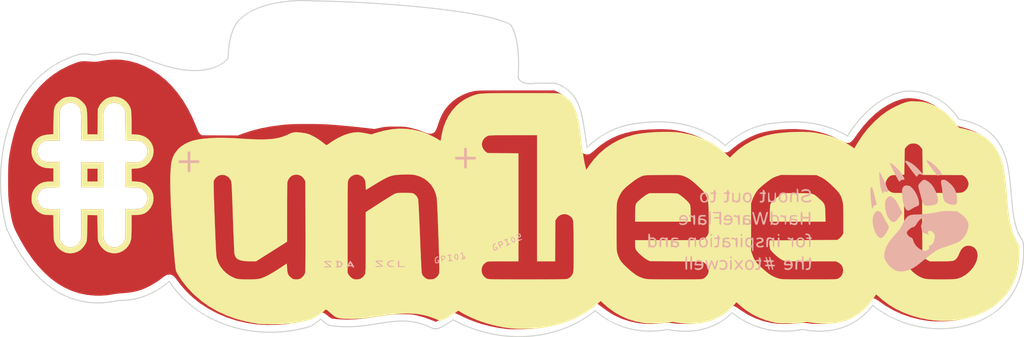
<source format=kicad_pcb>
(kicad_pcb (version 4) (host pcbnew 4.0.7)
  (layers (0 F.Cu signal) (31 B.Cu signal) (34 B.Paste user) (35 F.Paste user) (36 B.SilkS user) (37 F.SilkS user) (38 B.Mask user) (39 F.Mask user) (44 Edge.Cuts user))
  (net 0 "")
  (module LOGO (layer F.Cu) (at 0 0)
    (fp_text reference "G***" hide)
    (fp_text value "LOGO" hide)
  )
  (module LOGO (layer F.Cu) (at 0 0)
    (fp_text reference "G***" hide)
    (fp_text value "LOGO" hide)
  )
  (module LOGO (layer F.Cu) (at 0 0)
    (fp_text reference "G***" hide)
    (fp_text value "LOGO" hide)
  )
  (module LOGO (layer F.Cu) (at 0 0)
    (fp_text reference "G***" hide)
    (fp_text value "LOGO" hide)
    (fp_poly (pts (xy -37.480714 -23.187390) (xy -36.804375 -23.077186) (xy -36.112008 -22.890319) (xy -36.021463 -22.860816) (xy -35.303811 -22.578308) (xy -34.614419 -22.217661) (xy -33.955659 -21.781349) (xy -33.329899 -21.271845) (xy -32.739511 -20.691621) (xy -32.186864 -20.043151) (xy -31.674329 -19.328906) (xy -31.204276 -18.551360) (xy -30.779075 -17.712986) (xy -30.522649 -17.123833) (xy -30.428874 -16.894647) (xy -30.340942 -16.680500) (xy -30.266225 -16.499288) (xy -30.212094 -16.368909) (xy -30.193997 -16.325892) (xy -30.111420 -16.189432) (xy -29.999785 -16.068383) (xy -29.983348 -16.055141) (xy -29.842001 -15.947330) (xy -28.118417 -15.936929) (xy -26.394833 -15.926529) (xy -25.958903 -16.091265) (xy -25.097082 -16.379288) (xy -24.167037 -16.617763) (xy -23.168614 -16.806722) (xy -22.101663 -16.946198) (xy -21.738166 -16.981051) (xy -21.485087 -16.998020) (xy -21.162268 -17.011506) (xy -20.784563 -17.021505) (xy -20.366828 -17.028015) (xy -19.923916 -17.031033) (xy -19.470683 -17.030556) (xy -19.021984 -17.026581) (xy -18.592674 -17.019104) (xy -18.197607 -17.008124) (xy -17.851637 -16.993637) (xy -17.653000 -16.981850) (xy -17.076200 -16.938575) (xy -16.440908 -16.884725) (xy -15.772300 -16.822674) (xy -15.095555 -16.754796) (xy -14.435852 -16.683463) (xy -14.193196 -16.655750) (xy -13.294559 -16.551460) (xy -12.753863 -16.665894) (xy -12.558682 -16.705575) (xy -12.388729 -16.735024) (xy -12.225087 -16.755788) (xy -12.048840 -16.769412) (xy -11.841070 -16.777443) (xy -11.582859 -16.781426) (xy -11.324166 -16.782747) (xy -10.979037 -16.781767) (xy -10.702242 -16.776108) (xy -10.477529 -16.764831) (xy -10.288650 -16.746996) (xy -10.119352 -16.721665) (xy -10.054166 -16.709361) (xy -9.619691 -16.607929) (xy -9.165336 -16.475503) (xy -8.731735 -16.324561) (xy -8.508430 -16.234589) (xy -8.242306 -16.136265) (xy -8.023102 -16.092787) (xy -7.834589 -16.102606) (xy -7.678481 -16.155386) (xy -7.584062 -16.209599) (xy -7.504464 -16.281732) (xy -7.432475 -16.384406) (xy -7.360884 -16.530242) (xy -7.282482 -16.731864) (xy -7.190058 -17.001891) (xy -7.183468 -17.021885) (xy -7.045909 -17.414745) (xy -6.910230 -17.745628) (xy -6.766312 -18.036368) (xy -6.604039 -18.308801) (xy -6.547831 -18.393833) (xy -6.201608 -18.832341) (xy -5.790656 -19.223832) (xy -5.324353 -19.562243) (xy -4.812073 -19.841507) (xy -4.263193 -20.055562) (xy -3.787791 -20.179105) (xy -3.716109 -20.192664) (xy -3.639508 -20.204544) (xy -3.552196 -20.214855) (xy -3.448378 -20.223708) (xy -3.322261 -20.231213) (xy -3.168050 -20.237480) (xy -2.979952 -20.242619) (xy -2.752173 -20.246740) (xy -2.478919 -20.249954) (xy -2.154397 -20.252370) (xy -1.772812 -20.254099) (xy -1.328371 -20.255251) (xy -0.815280 -20.255935) (xy -0.227744 -20.256263) (xy 0.275167 -20.256342) (xy 3.958167 -20.256500) (xy 4.296834 -20.088517) (xy 4.666142 -19.860750) (xy 5.002722 -19.565161) (xy 5.292109 -19.216604) (xy 5.517174 -18.835476) (xy 5.616061 -18.613803) (xy 5.713855 -18.366662) (xy 5.794260 -18.136128) (xy 5.816880 -18.061582) (xy 5.856969 -17.901522) (xy 5.906742 -17.671232) (xy 5.963780 -17.384275) (xy 6.025662 -17.054218) (xy 6.089968 -16.694625) (xy 6.154278 -16.319063) (xy 6.216172 -15.941097) (xy 6.273229 -15.574292) (xy 6.323029 -15.232214) (xy 6.327824 -15.197666) (xy 6.361047 -14.983046) (xy 6.398722 -14.780590) (xy 6.435702 -14.616102) (xy 6.460962 -14.530188) (xy 6.572881 -14.338034) (xy 6.739401 -14.197641) (xy 6.942216 -14.117723) (xy 7.163020 -14.106994) (xy 7.290403 -14.135341) (xy 7.377908 -14.182182) (xy 7.508969 -14.274373) (xy 7.666008 -14.398687) (xy 7.831448 -14.541897) (xy 7.835089 -14.545196) (xy 8.360495 -14.983303) (xy 8.908172 -15.362209) (xy 9.484454 -15.683976) (xy 10.095676 -15.950669) (xy 10.748173 -16.164352) (xy 11.448279 -16.327089) (xy 12.202329 -16.440943) (xy 13.016658 -16.507979) (xy 13.897600 -16.530261) (xy 13.927667 -16.530257) (xy 14.369460 -16.526730) (xy 14.746863 -16.515524) (xy 15.079975 -16.494439) (xy 15.388895 -16.461272) (xy 15.693721 -16.413825) (xy 16.014553 -16.349896) (xy 16.371491 -16.267284) (xy 16.405900 -16.258900) (xy 17.184807 -16.030640) (xy 17.914259 -15.737148) (xy 18.604226 -15.373502) (xy 19.264677 -14.934779) (xy 19.579167 -14.692019) (xy 19.806129 -14.516075) (xy 19.988171 -14.394668) (xy 20.139381 -14.321615) (xy 20.273847 -14.290736) (xy 20.405659 -14.295850) (xy 20.458784 -14.306128) (xy 20.528858 -14.322921) (xy 20.587110 -14.342728) (xy 20.647358 -14.374854) (xy 20.723424 -14.428608) (xy 20.829128 -14.513296) (xy 20.978289 -14.638227) (xy 21.081665 -14.725608) (xy 21.568450 -15.100117) (xy 22.105231 -15.447155) (xy 22.667980 -15.753190) (xy 23.232671 -16.004692) (xy 23.566989 -16.125277) (xy 24.028218 -16.253228) (xy 24.555119 -16.360399) (xy 25.130825 -16.444861) (xy 25.738468 -16.504689) (xy 26.361178 -16.537953) (xy 26.982087 -16.542727) (xy 27.178000 -16.537911) (xy 27.923132 -16.493839) (xy 28.609185 -16.410004) (xy 29.254002 -16.282021) (xy 29.875425 -16.105502) (xy 30.491298 -15.876063) (xy 31.119462 -15.589317) (xy 31.199310 -15.549441) (xy 31.490005 -15.404515) (xy 31.726654 -15.296301) (xy 31.920919 -15.228496) (xy 32.084465 -15.204800) (xy 32.228953 -15.228911) (xy 32.366047 -15.304529) (xy 32.507410 -15.435353) (xy 32.664705 -15.625080) (xy 32.849595 -15.877411) (xy 33.026730 -16.129000) (xy 33.548422 -16.817410) (xy 34.098921 -17.436654) (xy 34.674911 -17.983906) (xy 35.273075 -18.456342) (xy 35.890098 -18.851137) (xy 36.522664 -19.165465) (xy 36.655419 -19.220290) (xy 37.045709 -19.361425) (xy 37.397091 -19.453327) (xy 37.736768 -19.499657) (xy 38.091945 -19.504075) (xy 38.489825 -19.470239) (xy 38.502167 -19.468738) (xy 39.112653 -19.351890) (xy 39.704098 -19.155740) (xy 40.269216 -18.884833) (xy 40.800722 -18.543714) (xy 41.291331 -18.136927) (xy 41.733760 -17.669017) (xy 42.044707 -17.258722) (xy 42.149729 -17.120871) (xy 42.258280 -17.002991) (xy 42.340364 -16.935246) (xy 42.429835 -16.895517) (xy 42.581193 -16.843513) (xy 42.773784 -16.785794) (xy 42.986950 -16.728921) (xy 43.000982 -16.725421) (xy 43.662739 -16.531501) (xy 44.253033 -16.294454) (xy 44.775152 -16.010911) (xy 45.232386 -15.677500) (xy 45.628022 -15.290852) (xy 45.965350 -14.847595) (xy 46.247659 -14.344360) (xy 46.478237 -13.777775) (xy 46.660374 -13.144470) (xy 46.709440 -12.924903) (xy 46.756876 -12.685849) (xy 46.800454 -12.437388) (xy 46.841519 -12.168758) (xy 46.881415 -11.869195) (xy 46.921489 -11.527938) (xy 46.963084 -11.134224) (xy 47.007547 -10.677292) (xy 47.055000 -10.160000) (xy 47.117570 -9.500378) (xy 47.180966 -8.916662) (xy 47.247277 -8.400100) (xy 47.318592 -7.941938) (xy 47.396999 -7.533427) (xy 47.484588 -7.165812) (xy 47.583446 -6.830343) (xy 47.695663 -6.518268) (xy 47.823327 -6.220834) (xy 47.968527 -5.929290) (xy 48.133351 -5.634884) (xy 48.136024 -5.630333) (xy 48.165059 -5.576235) (xy 48.186445 -5.518353) (xy 48.201019 -5.444123) (xy 48.209620 -5.340979) (xy 48.213088 -5.196355) (xy 48.212261 -4.997686) (xy 48.207977 -4.732407) (xy 48.205250 -4.593166) (xy 48.190116 -4.134468) (xy 48.162545 -3.739665) (xy 48.119337 -3.388491) (xy 48.057291 -3.060679) (xy 47.973208 -2.735963) (xy 47.863886 -2.394077) (xy 47.853006 -2.362653) (xy 47.628327 -1.796568) (xy 47.364656 -1.288220) (xy 47.049160 -0.817176) (xy 46.669005 -0.362997) (xy 46.461187 -0.146378) (xy 45.921680 0.335121) (xy 45.324639 0.756135) (xy 44.673241 1.115192) (xy 43.970666 1.410817) (xy 43.220094 1.641538) (xy 42.424703 1.805880) (xy 42.168932 1.843196) (xy 41.885062 1.871833) (xy 41.544515 1.892208) (xy 41.170761 1.904124) (xy 40.787272 1.907380) (xy 40.417516 1.901777) (xy 40.084963 1.887115) (xy 39.813149 1.863204) (xy 38.935506 1.717274) (xy 38.081304 1.498638) (xy 37.258630 1.210432) (xy 36.475568 0.855790) (xy 35.740206 0.437846) (xy 35.224497 0.084470) (xy 35.009316 -0.071056) (xy 34.844079 -0.179333) (xy 34.714195 -0.247914) (xy 34.605072 -0.284353) (xy 34.502118 -0.296204) (xy 34.488920 -0.296333) (xy 34.345758 -0.285402) (xy 34.217862 -0.246134) (xy 34.089841 -0.168816) (xy 33.946306 -0.043735) (xy 33.771866 0.138822) (xy 33.735372 0.179232) (xy 33.247868 0.677689) (xy 32.749155 1.096203) (xy 32.230815 1.439451) (xy 31.684429 1.712111) (xy 31.101582 1.918860) (xy 30.473855 2.064377) (xy 30.287937 2.094932) (xy 29.992626 2.128126) (xy 29.650488 2.148459) (xy 29.290654 2.155607) (xy 28.942252 2.149249) (xy 28.634415 2.129061) (xy 28.511500 2.114629) (xy 28.179244 2.072476) (xy 27.901536 2.049258) (xy 27.650511 2.044503) (xy 27.398305 2.057737) (xy 27.117053 2.088489) (xy 27.100033 2.090700) (xy 26.279949 2.158470) (xy 25.481547 2.144807) (xy 24.705910 2.049982) (xy 23.954124 1.874268) (xy 23.227273 1.617937) (xy 22.526443 1.281259) (xy 21.852718 0.864506) (xy 21.663616 0.729484) (xy 21.415144 0.557931) (xy 21.208428 0.448312) (xy 21.026927 0.401159) (xy 20.854099 0.417007) (xy 20.673402 0.496391) (xy 20.468295 0.639843) (xy 20.307596 0.773261) (xy 19.821436 1.157472) (xy 19.330842 1.470193) (xy 18.816168 1.721418) (xy 18.257771 1.921141) (xy 17.822334 2.037552) (xy 17.544277 2.087528) (xy 17.204099 2.123966) (xy 16.823339 2.146359) (xy 16.423535 2.154196) (xy 16.026225 2.146970) (xy 15.652945 2.124170) (xy 15.390589 2.095007) (xy 15.164564 2.065837) (xy 14.969997 2.048045) (xy 14.785878 2.041932) (xy 14.591199 2.047799) (xy 14.364950 2.065946) (xy 14.086123 2.096675) (xy 13.927667 2.115954) (xy 13.255901 2.161458) (xy 12.557281 2.138105) (xy 11.850473 2.048429) (xy 11.154143 1.894963) (xy 10.486956 1.680242) (xy 10.363841 1.632253) (xy 9.993923 1.472290) (xy 9.646018 1.295780) (xy 9.299137 1.090510) (xy 8.932288 0.844265) (xy 8.624298 0.620020) (xy 8.066561 0.202873) (xy 7.827927 0.220134) (xy 7.719217 0.231664) (xy 7.626894 0.254777) (xy 7.531966 0.298997) (xy 7.415440 0.373848) (xy 7.258324 0.488855) (xy 7.191897 0.539091) (xy 6.430350 1.064996) (xy 5.628032 1.517223) (xy 4.784382 1.895991) (xy 3.898841 2.201518) (xy 2.970847 2.434024) (xy 1.999842 2.593728) (xy 1.906953 2.604932) (xy 1.710717 2.622203) (xy 1.451950 2.636676) (xy 1.148856 2.648110) (xy 0.819639 2.656263) (xy 0.482500 2.660892) (xy 0.155643 2.661755) (xy -0.142728 2.658611) (xy -0.394412 2.651216) (xy -0.581205 2.639329) (xy -0.592666 2.638191) (xy -1.384051 2.532368) (xy -2.165673 2.380890) (xy -2.908622 2.189696) (xy -3.175000 2.107796) (xy -3.512871 1.996117) (xy -3.807251 1.891945) (xy -4.082165 1.785583) (xy -4.361640 1.667336) (xy -4.669703 1.527506) (xy -4.996324 1.372762) (xy -5.236053 1.258307) (xy -5.413655 1.176374) (xy -5.543132 1.122430) (xy -5.638482 1.091940) (xy -5.713706 1.080369) (xy -5.782803 1.083184) (xy -5.854399 1.094842) (xy -6.019419 1.149099) (xy -6.234146 1.260475) (xy -6.467242 1.407179) (xy -6.663893 1.534330) (xy -6.867353 1.659162) (xy -7.049323 1.764626) (xy -7.148474 1.817651) (xy -7.417782 1.953322) (xy -7.771481 1.801374) (xy -8.539497 1.516549) (xy -9.329505 1.311352) (xy -9.366021 1.303926) (xy -9.552324 1.269035) (xy -9.724503 1.243747) (xy -9.901993 1.226709) (xy -10.104228 1.216563) (xy -10.350642 1.211956) (xy -10.660670 1.211531) (xy -10.689166 1.211638) (xy -10.911201 1.212994) (xy -11.105561 1.215923) (xy -11.283510 1.221630) (xy -11.456308 1.231318) (xy -11.635221 1.246193) (xy -11.831509 1.267459) (xy -12.056436 1.296320) (xy -12.321265 1.333981) (xy -12.637257 1.381646) (xy -13.015676 1.440520) (xy -13.408736 1.502473) (xy -14.079927 1.600458) (xy -14.683049 1.671013) (xy -15.229748 1.715246) (xy -15.731669 1.734260) (xy -15.859931 1.735214) (xy -16.122532 1.731747) (xy -16.401569 1.721805) (xy -16.679479 1.706641) (xy -16.938697 1.687508) (xy -17.161661 1.665658) (xy -17.330806 1.642343) (xy -17.412257 1.624506) (xy -17.477864 1.587887) (xy -17.587994 1.509756) (xy -17.723305 1.404182) (xy -17.784762 1.353559) (xy -18.031235 1.169285) (xy -18.249163 1.058385) (xy -18.449544 1.019369) (xy -18.643375 1.050747) (xy -18.841655 1.151029) (xy -18.912304 1.200755) (xy -19.168597 1.390979) (xy -19.375556 1.537947) (xy -19.550999 1.649968) (xy -19.712744 1.735350) (xy -19.878610 1.802402) (xy -20.066415 1.859433) (xy -20.293979 1.914750) (xy -20.574000 1.975574) (xy -21.580954 2.149484) (xy -22.585882 2.243755) (xy -23.583761 2.258954) (xy -24.569565 2.195649) (xy -25.538273 2.054408) (xy -26.484861 1.835798) (xy -27.404304 1.540388) (xy -28.291580 1.168745) (xy -28.469166 1.083133) (xy -29.263619 0.654040) (xy -29.989892 0.182079) (xy -30.656667 -0.340108) (xy -31.272624 -0.919878) (xy -31.846445 -1.564589) (xy -32.309304 -2.171613) (xy -32.472095 -2.373607) (xy -32.627051 -2.503950) (xy -32.789503 -2.572424) (xy -32.963549 -2.589106) (xy -33.143842 -2.564005) (xy -33.323381 -2.490116) (xy -33.521741 -2.358289) (xy -33.612666 -2.285690) (xy -33.979738 -2.008109) (xy -34.400723 -1.734432) (xy -34.846322 -1.481685) (xy -35.287236 -1.266893) (xy -35.556990 -1.155866) (xy -36.078324 -0.991367) (xy -36.640212 -0.877108) (xy -37.257632 -0.810137) (xy -37.338000 -0.805029) (xy -37.594137 -0.786740) (xy -37.847385 -0.763081) (xy -38.073287 -0.736706) (xy -38.247383 -0.710267) (xy -38.290500 -0.701720) (xy -38.872347 -0.606380) (xy -39.502401 -0.561496) (xy -40.089666 -0.565393) (xy -40.853582 -0.638243) (xy -41.593055 -0.791221) (xy -42.308252 -1.024459) (xy -42.999340 -1.338093) (xy -43.666485 -1.732256) (xy -44.309853 -2.207083) (xy -44.929613 -2.762708) (xy -45.525931 -3.399266) (xy -46.098972 -4.116891) (xy -46.648905 -4.915716) (xy -47.175896 -5.795877) (xy -47.614487 -6.625166) (xy -47.732130 -6.869501) (xy -47.830144 -7.097255) (xy -47.913006 -7.324107) (xy -47.985195 -7.565733) (xy -48.051189 -7.837814) (xy -48.115466 -8.156026) (xy -48.182504 -8.536049) (xy -48.213018 -8.720666) (xy -48.264455 -9.044649) (xy -48.306103 -9.330833) (xy -48.338967 -9.594189) (xy -48.358393 -9.792020) (xy -45.600549 -9.792020) (xy -45.526475 -9.502941) (xy -45.490354 -9.421892) (xy -45.382399 -9.235868) (xy -45.255342 -9.092518) (xy -45.097708 -8.987075) (xy -44.898021 -8.914772) (xy -44.644805 -8.870842) (xy -44.326585 -8.850517) (xy -44.108053 -8.847666) (xy -43.480417 -8.847666) (xy -43.467792 -7.376583) (xy -43.455166 -5.905500) (xy -43.337757 -5.705767) (xy -43.159855 -5.481517) (xy -42.933685 -5.317615) (xy -42.674745 -5.218949) (xy -42.398533 -5.190403) (xy -42.120545 -5.236863) (xy -41.998756 -5.283655) (xy -41.813038 -5.403578) (xy -41.638553 -5.576647) (xy -41.504048 -5.773176) (xy -41.482705 -5.816552) (xy -41.461215 -5.869896) (xy -41.443982 -5.931532) (xy -41.430535 -6.010930) (xy -41.420401 -6.117557) (xy -41.413111 -6.260882) (xy -41.408192 -6.450372) (xy -41.405173 -6.695495) (xy -41.403582 -7.005719) (xy -41.402949 -7.390513) (xy -41.402930 -7.418916) (xy -41.402000 -8.847666) (xy -39.285333 -8.847666) (xy -39.285333 -7.500683) (xy -39.284585 -7.082585) (xy -39.281368 -6.739503) (xy -39.274228 -6.461791) (xy -39.261708 -6.239806) (xy -39.242352 -6.063903) (xy -39.214704 -5.924437) (xy -39.177309 -5.811763) (xy -39.128709 -5.716236) (xy -39.067450 -5.628212) (xy -38.992075 -5.538047) (xy -38.988419 -5.533887) (xy -38.773139 -5.348342) (xy -38.525973 -5.233655) (xy -38.261447 -5.189869) (xy -37.994084 -5.217028) (xy -37.738409 -5.315177) (xy -37.508946 -5.484359) (xy -37.465112 -5.529282) (xy -37.388661 -5.613299) (xy -37.326632 -5.689162) (xy -37.277519 -5.766507) (xy -37.239812 -5.854972) (xy -37.212005 -5.964195) (xy -37.192591 -6.103813) (xy -37.180062 -6.283464) (xy -37.172910 -6.512785) (xy -37.169629 -6.801413) (xy -37.168711 -7.158986) (xy -37.168666 -7.424572) (xy -37.168666 -8.840530) (xy -36.459583 -8.854921) (xy -36.169197 -8.862522) (xy -35.948277 -8.874633) (xy -35.781624 -8.895320) (xy -35.654038 -8.928651) (xy -35.550321 -8.978692) (xy -35.455271 -9.049510) (xy -35.353692 -9.145170) (xy -35.345974 -9.152872) (xy -35.174611 -9.381916) (xy -35.069232 -9.651830) (xy -35.038089 -9.906000) (xy -35.072909 -10.174979) (xy -35.181464 -10.417642) (xy -35.361223 -10.638556) (xy -35.474372 -10.743380) (xy -35.584614 -10.821095) (xy -35.707765 -10.876183) (xy -35.859635 -10.913124) (xy -36.056039 -10.936400) (xy -36.312790 -10.950492) (xy -36.480750 -10.955824) (xy -37.126333 -10.973380) (xy -37.126333 -13.335000) (xy -36.511140 -13.335000) (xy -36.226895 -13.337895) (xy -36.009585 -13.349516) (xy -35.841588 -13.374270) (xy -35.705283 -13.416559) (xy -35.583049 -13.480790) (xy -35.457263 -13.571368) (xy -35.408499 -13.610633) (xy -35.210626 -13.824420) (xy -35.086068 -14.079299) (xy -35.037208 -14.370132) (xy -35.036542 -14.412512) (xy -35.064156 -14.674560) (xy -35.153020 -14.897554) (xy -35.313588 -15.106302) (xy -35.340558 -15.133972) (xy -35.446478 -15.235671) (xy -35.542768 -15.311134) (xy -35.644930 -15.364794) (xy -35.768465 -15.401084) (xy -35.928878 -15.424435) (xy -36.141671 -15.439282) (xy -36.422347 -15.450055) (xy -36.449000 -15.450899) (xy -37.147500 -15.472833) (xy -37.168666 -16.933333) (xy -37.174521 -17.324343) (xy -37.179999 -17.639893) (xy -37.185751 -17.889181) (xy -37.192424 -18.081407) (xy -37.200669 -18.225771) (xy -37.211133 -18.331472) (xy -37.224466 -18.407711) (xy -37.241316 -18.463686) (xy -37.262332 -18.508597) (xy -37.282118 -18.542000) (xy -37.468364 -18.773546) (xy -37.689959 -18.940741) (xy -37.934696 -19.044763) (xy -38.190368 -19.086793) (xy -38.444767 -19.068011) (xy -38.685686 -18.989596) (xy -38.900919 -18.852729) (xy -39.078258 -18.658589) (xy -39.205495 -18.408356) (xy -39.223049 -18.354400) (xy -39.241462 -18.275000) (xy -39.256094 -18.167649) (xy -39.267308 -18.023228) (xy -39.275471 -17.832619) (xy -39.280947 -17.586704) (xy -39.284100 -17.276365) (xy -39.285296 -16.892483) (xy -39.285333 -16.797910) (xy -39.285333 -15.450187) (xy -41.380833 -15.472833) (xy -41.402000 -16.933333) (xy -41.407975 -17.341571) (xy -41.414012 -17.674488) (xy -41.421801 -17.941411) (xy -41.433031 -18.151669) (xy -41.449392 -18.314592) (xy -41.472573 -18.439509) (xy -41.504265 -18.535747) (xy -41.546156 -18.612637) (xy -41.599937 -18.679507) (xy -41.667297 -18.745686) (xy -41.742601 -18.813878) (xy -41.953712 -18.973884) (xy -42.163224 -19.063256) (xy -42.395147 -19.092063) (xy -42.406057 -19.092097) (xy -42.678130 -19.066896) (xy -42.904687 -18.985770) (xy -43.110914 -18.839378) (xy -43.127322 -18.824536) (xy -43.215561 -18.742229) (xy -43.287415 -18.667128) (xy -43.344574 -18.589798) (xy -43.388727 -18.500807) (xy -43.421562 -18.390721) (xy -43.444768 -18.250106) (xy -43.460035 -18.069530) (xy -43.469052 -17.839559) (xy -43.473507 -17.550759) (xy -43.475089 -17.193698) (xy -43.475403 -16.880416) (xy -43.476333 -15.451666) (xy -44.143083 -15.450737) (xy -44.410733 -15.448784) (xy -44.609372 -15.442811) (xy -44.754616 -15.431358) (xy -44.862082 -15.412966) (xy -44.947387 -15.386176) (xy -44.979166 -15.372616) (xy -45.241773 -15.214867) (xy -45.431836 -15.013579) (xy -45.550093 -14.767618) (xy -45.597284 -14.475851) (xy -45.598291 -14.421808) (xy -45.569793 -14.130890) (xy -45.480281 -13.887907) (xy -45.326271 -13.679080) (xy -45.217306 -13.574174) (xy -45.107816 -13.496571) (xy -44.982672 -13.442284) (xy -44.826748 -13.407322) (xy -44.624915 -13.387698) (xy -44.362045 -13.379423) (xy -44.185416 -13.378263) (xy -43.518666 -13.377333) (xy -43.518666 -10.973380) (xy -44.164250 -10.956612) (xy -44.478193 -10.943905) (xy -44.722519 -10.921171) (xy -44.912095 -10.883927) (xy -45.061789 -10.827691) (xy -45.186469 -10.747982) (xy -45.301003 -10.640316) (xy -45.333712 -10.604056) (xy -45.502894 -10.352188) (xy -45.592264 -10.078306) (xy -45.600549 -9.792020) (xy -48.358393 -9.792020) (xy -48.364057 -9.849689) (xy -48.382379 -10.112303) (xy -48.394941 -10.397003) (xy -48.402750 -10.718761) (xy -48.406814 -11.092548) (xy -48.408141 -11.533334) (xy -48.408166 -11.620500) (xy -48.406772 -12.104049) (xy -48.401669 -12.518473) (xy -48.391479 -12.879281) (xy -48.374822 -13.201983) (xy -48.350319 -13.502089) (xy -48.316593 -13.795107) (xy -48.272263 -14.096548) (xy -48.215950 -14.421921) (xy -48.146277 -14.786736) (xy -48.110814 -14.964833) (xy -47.879460 -15.942892) (xy -47.589104 -16.871740) (xy -47.241565 -17.748939) (xy -46.838659 -18.572052) (xy -46.382202 -19.338642) (xy -45.874012 -20.046270) (xy -45.315905 -20.692498) (xy -44.709698 -21.274890) (xy -44.057208 -21.791007) (xy -43.360253 -22.238411) (xy -42.620647 -22.614664) (xy -42.312166 -22.745139) (xy -42.042674 -22.851684) (xy -41.821827 -22.933564) (xy -41.632619 -22.992949) (xy -41.458045 -23.032008) (xy -41.281097 -23.052912) (xy -41.084770 -23.057831) (xy -40.852058 -23.048935) (xy -40.565956 -23.028394) (xy -40.280166 -23.004432) (xy -40.064649 -22.998125) (xy -39.833048 -23.018315) (xy -39.559714 -23.066509) (xy -38.843768 -23.181201) (xy -38.155640 -23.221778) (xy -37.480714 -23.187390)) (layer F.Cu) (width 0.010000))
    (fp_poly (pts (xy -39.285333 -10.964333) (xy -41.402000 -10.964333) (xy -41.402000 -13.335000) (xy -39.285333 -13.335000) (xy -39.285333 -10.964333)) (layer F.Cu) (width 0.010000))
  )
  (module LOGO (layer F.Cu) (at 0 0)
    (fp_text reference "G***" hide)
    (fp_text value "LOGO" hide)
  )
  (module LOGO (layer F.Cu) (at 0 0)
    (fp_text reference "G***" hide)
    (fp_text value "LOGO" hide)
  )
  (gr_line (start -20.000280 -28.887594) (end -20.465222 -28.884734) (layer Edge.Cuts) (width 0.1))
  (gr_line (start -20.465222 -28.884734) (end -20.928674 -28.867406) (layer Edge.Cuts) (width 0.1))
  (gr_line (start -20.928674 -28.867406) (end -21.388805 -28.835511) (layer Edge.Cuts) (width 0.1))
  (gr_line (start -21.388805 -28.835511) (end -21.843791 -28.788944) (layer Edge.Cuts) (width 0.1))
  (gr_line (start -21.843791 -28.788944) (end -22.291807 -28.727602) (layer Edge.Cuts) (width 0.1))
  (gr_line (start -22.291807 -28.727602) (end -22.512631 -28.691360) (layer Edge.Cuts) (width 0.1))
  (gr_line (start -22.512631 -28.691360) (end -22.731026 -28.651385) (layer Edge.Cuts) (width 0.1))
  (gr_line (start -22.731026 -28.651385) (end -22.946765 -28.607665) (layer Edge.Cuts) (width 0.1))
  (gr_line (start -22.946765 -28.607665) (end -23.159622 -28.560188) (layer Edge.Cuts) (width 0.1))
  (gr_line (start -23.159622 -28.560188) (end -23.369365 -28.508940) (layer Edge.Cuts) (width 0.1))
  (gr_line (start -23.369365 -28.508940) (end -23.575767 -28.453909) (layer Edge.Cuts) (width 0.1))
  (gr_line (start -23.575767 -28.453909) (end -23.778601 -28.395083) (layer Edge.Cuts) (width 0.1))
  (gr_line (start -23.778601 -28.395083) (end -23.977638 -28.332447) (layer Edge.Cuts) (width 0.1))
  (gr_line (start -23.977638 -28.332447) (end -24.172649 -28.265989) (layer Edge.Cuts) (width 0.1))
  (gr_line (start -24.172649 -28.265989) (end -24.363407 -28.195697) (layer Edge.Cuts) (width 0.1))
  (gr_line (start -24.363407 -28.195697) (end -24.549682 -28.121557) (layer Edge.Cuts) (width 0.1))
  (gr_line (start -24.549682 -28.121557) (end -24.731248 -28.043558) (layer Edge.Cuts) (width 0.1))
  (gr_line (start -24.731248 -28.043558) (end -24.907875 -27.961685) (layer Edge.Cuts) (width 0.1))
  (gr_line (start -24.907875 -27.961685) (end -25.079336 -27.875926) (layer Edge.Cuts) (width 0.1))
  (gr_line (start -25.079336 -27.875926) (end -25.245401 -27.786269) (layer Edge.Cuts) (width 0.1))
  (gr_line (start -25.245401 -27.786269) (end -25.405844 -27.692700) (layer Edge.Cuts) (width 0.1))
  (gr_line (start -25.405844 -27.692700) (end -25.560434 -27.595207) (layer Edge.Cuts) (width 0.1))
  (gr_line (start -25.560434 -27.595207) (end -25.708945 -27.493777) (layer Edge.Cuts) (width 0.1))
  (gr_line (start -25.708945 -27.493777) (end -25.851148 -27.388397) (layer Edge.Cuts) (width 0.1))
  (gr_line (start -25.851148 -27.388397) (end -25.986815 -27.279054) (layer Edge.Cuts) (width 0.1))
  (gr_line (start -25.986815 -27.279054) (end -26.115717 -27.165736) (layer Edge.Cuts) (width 0.1))
  (gr_line (start -26.115717 -27.165736) (end -26.237626 -27.048429) (layer Edge.Cuts) (width 0.1))
  (gr_line (start -26.237626 -27.048429) (end -26.321837 -26.958758) (layer Edge.Cuts) (width 0.1))
  (gr_line (start -26.321837 -26.958758) (end -26.402117 -26.863656) (layer Edge.Cuts) (width 0.1))
  (gr_line (start -26.402117 -26.863656) (end -26.478533 -26.763273) (layer Edge.Cuts) (width 0.1))
  (gr_line (start -26.478533 -26.763273) (end -26.551155 -26.657757) (layer Edge.Cuts) (width 0.1))
  (gr_line (start -26.551155 -26.657757) (end -26.620052 -26.547259) (layer Edge.Cuts) (width 0.1))
  (gr_line (start -26.620052 -26.547259) (end -26.685291 -26.431927) (layer Edge.Cuts) (width 0.1))
  (gr_line (start -26.685291 -26.431927) (end -26.746943 -26.311911) (layer Edge.Cuts) (width 0.1))
  (gr_line (start -26.746943 -26.311911) (end -26.805075 -26.187360) (layer Edge.Cuts) (width 0.1))
  (gr_line (start -26.805075 -26.187360) (end -26.859756 -26.058423) (layer Edge.Cuts) (width 0.1))
  (gr_line (start -26.859756 -26.058423) (end -26.911056 -25.925251) (layer Edge.Cuts) (width 0.1))
  (gr_line (start -26.911056 -25.925251) (end -26.959042 -25.787992) (layer Edge.Cuts) (width 0.1))
  (gr_line (start -26.959042 -25.787992) (end -27.003783 -25.646796) (layer Edge.Cuts) (width 0.1))
  (gr_line (start -27.003783 -25.646796) (end -27.045349 -25.501812) (layer Edge.Cuts) (width 0.1))
  (gr_line (start -27.045349 -25.501812) (end -27.083807 -25.353189) (layer Edge.Cuts) (width 0.1))
  (gr_line (start -27.083807 -25.353189) (end -27.151677 -25.045627) (layer Edge.Cuts) (width 0.1))
  (gr_line (start -27.151677 -25.045627) (end -27.207944 -24.725303) (layer Edge.Cuts) (width 0.1))
  (gr_line (start -27.207944 -24.725303) (end -27.253156 -24.393413) (layer Edge.Cuts) (width 0.1))
  (gr_line (start -27.253156 -24.393413) (end -27.287863 -24.051152) (layer Edge.Cuts) (width 0.1))
  (gr_line (start -27.287863 -24.051152) (end -27.312615 -23.699716) (layer Edge.Cuts) (width 0.1))
  (gr_line (start -27.312615 -23.699716) (end -27.327963 -23.340298) (layer Edge.Cuts) (width 0.1))
  (gr_line (start -27.327963 -23.340298) (end -27.350011 -23.311196) (layer Edge.Cuts) (width 0.1))
  (gr_line (start -27.350011 -23.311196) (end -27.418577 -23.231641) (layer Edge.Cuts) (width 0.1))
  (gr_line (start -27.418577 -23.231641) (end -27.537292 -23.113270) (layer Edge.Cuts) (width 0.1))
  (gr_line (start -27.537292 -23.113270) (end -27.616591 -23.043158) (layer Edge.Cuts) (width 0.1))
  (gr_line (start -27.616591 -23.043158) (end -27.709789 -22.967706) (layer Edge.Cuts) (width 0.1))
  (gr_line (start -27.709789 -22.967706) (end -27.817341 -22.888363) (layer Edge.Cuts) (width 0.1))
  (gr_line (start -27.817341 -22.888363) (end -27.939700 -22.806583) (layer Edge.Cuts) (width 0.1))
  (gr_line (start -27.939700 -22.806583) (end -28.077321 -22.723821) (layer Edge.Cuts) (width 0.1))
  (gr_line (start -28.077321 -22.723821) (end -28.230657 -22.641531) (layer Edge.Cuts) (width 0.1))
  (gr_line (start -28.230657 -22.641531) (end -28.400163 -22.561166) (layer Edge.Cuts) (width 0.1))
  (gr_line (start -28.400163 -22.561166) (end -28.586292 -22.484180) (layer Edge.Cuts) (width 0.1))
  (gr_line (start -28.586292 -22.484180) (end -28.789499 -22.412028) (layer Edge.Cuts) (width 0.1))
  (gr_line (start -28.789499 -22.412028) (end -29.010237 -22.346163) (layer Edge.Cuts) (width 0.1))
  (gr_line (start -29.010237 -22.346163) (end -29.248961 -22.288039) (layer Edge.Cuts) (width 0.1))
  (gr_line (start -29.248961 -22.288039) (end -29.506124 -22.239110) (layer Edge.Cuts) (width 0.1))
  (gr_line (start -29.506124 -22.239110) (end -29.782181 -22.200827) (layer Edge.Cuts) (width 0.1))
  (gr_line (start -29.782181 -22.200827) (end -30.077585 -22.174660) (layer Edge.Cuts) (width 0.1))
  (gr_line (start -30.077585 -22.174660) (end -30.392791 -22.162040) (layer Edge.Cuts) (width 0.1))
  (gr_line (start -30.392791 -22.162040) (end -30.728253 -22.164421) (layer Edge.Cuts) (width 0.1))
  (gr_line (start -30.728253 -22.164421) (end -30.903721 -22.171697) (layer Edge.Cuts) (width 0.1))
  (gr_line (start -30.903721 -22.171697) (end -31.084424 -22.183259) (layer Edge.Cuts) (width 0.1))
  (gr_line (start -31.084424 -22.183259) (end -31.270418 -22.199319) (layer Edge.Cuts) (width 0.1))
  (gr_line (start -31.270418 -22.199319) (end -31.461759 -22.220036) (layer Edge.Cuts) (width 0.1))
  (gr_line (start -31.461759 -22.220036) (end -31.658505 -22.245595) (layer Edge.Cuts) (width 0.1))
  (gr_line (start -31.658505 -22.245595) (end -31.860711 -22.276176) (layer Edge.Cuts) (width 0.1))
  (gr_line (start -31.860711 -22.276176) (end -32.068436 -22.311963) (layer Edge.Cuts) (width 0.1))
  (gr_line (start -32.068436 -22.311963) (end -32.281735 -22.353140) (layer Edge.Cuts) (width 0.1))
  (gr_line (start -32.281735 -22.353140) (end -32.500666 -22.399887) (layer Edge.Cuts) (width 0.1))
  (gr_line (start -32.500666 -22.399887) (end -32.725285 -22.452383) (layer Edge.Cuts) (width 0.1))
  (gr_line (start -32.725285 -22.452383) (end -32.955649 -22.510813) (layer Edge.Cuts) (width 0.1))
  (gr_line (start -32.955649 -22.510813) (end -33.191815 -22.575358) (layer Edge.Cuts) (width 0.1))
  (gr_line (start -33.191815 -22.575358) (end -33.433838 -22.646201) (layer Edge.Cuts) (width 0.1))
  (gr_line (start -33.433838 -22.646201) (end -33.681778 -22.723520) (layer Edge.Cuts) (width 0.1))
  (gr_line (start -33.681778 -22.723520) (end -33.935688 -22.807501) (layer Edge.Cuts) (width 0.1))
  (gr_line (start -33.935688 -22.807501) (end -34.195628 -22.898325) (layer Edge.Cuts) (width 0.1))
  (gr_line (start -34.195628 -22.898325) (end -34.461653 -22.996170) (layer Edge.Cuts) (width 0.1))
  (gr_line (start -34.461653 -22.996170) (end -34.733820 -23.101220) (layer Edge.Cuts) (width 0.1))
  (gr_line (start -34.733820 -23.101220) (end -35.012187 -23.213658) (layer Edge.Cuts) (width 0.1))
  (gr_line (start -35.012187 -23.213658) (end -35.296809 -23.333665) (layer Edge.Cuts) (width 0.1))
  (gr_line (start -35.296809 -23.333665) (end -35.477944 -23.406343) (layer Edge.Cuts) (width 0.1))
  (gr_line (start -35.477944 -23.406343) (end -35.661200 -23.474577) (layer Edge.Cuts) (width 0.1))
  (gr_line (start -35.661200 -23.474577) (end -35.846552 -23.538270) (layer Edge.Cuts) (width 0.1))
  (gr_line (start -35.846552 -23.538270) (end -36.033973 -23.597331) (layer Edge.Cuts) (width 0.1))
  (gr_line (start -36.033973 -23.597331) (end -36.223437 -23.651666) (layer Edge.Cuts) (width 0.1))
  (gr_line (start -36.223437 -23.651666) (end -36.414918 -23.701183) (layer Edge.Cuts) (width 0.1))
  (gr_line (start -36.414918 -23.701183) (end -36.608389 -23.745789) (layer Edge.Cuts) (width 0.1))
  (gr_line (start -36.608389 -23.745789) (end -36.803824 -23.785390) (layer Edge.Cuts) (width 0.1))
  (gr_line (start -36.803824 -23.785390) (end -37.001198 -23.819893) (layer Edge.Cuts) (width 0.1))
  (gr_line (start -37.001198 -23.819893) (end -37.200484 -23.849204) (layer Edge.Cuts) (width 0.1))
  (gr_line (start -37.200484 -23.849204) (end -37.401656 -23.873231) (layer Edge.Cuts) (width 0.1))
  (gr_line (start -37.401656 -23.873231) (end -37.604687 -23.891882) (layer Edge.Cuts) (width 0.1))
  (gr_line (start -37.604687 -23.891882) (end -37.809552 -23.905063) (layer Edge.Cuts) (width 0.1))
  (gr_line (start -37.809552 -23.905063) (end -38.016225 -23.912681) (layer Edge.Cuts) (width 0.1))
  (gr_line (start -38.016225 -23.912681) (end -38.019841 -23.912681) (layer Edge.Cuts) (width 0.1))
  (gr_line (start -38.019841 -23.912681) (end -38.271884 -23.912734) (layer Edge.Cuts) (width 0.1))
  (gr_line (start -38.271884 -23.912734) (end -38.526571 -23.902402) (layer Edge.Cuts) (width 0.1))
  (gr_line (start -38.526571 -23.902402) (end -38.783689 -23.882304) (layer Edge.Cuts) (width 0.1))
  (gr_line (start -38.783689 -23.882304) (end -39.043025 -23.853055) (layer Edge.Cuts) (width 0.1))
  (gr_line (start -39.043025 -23.853055) (end -39.304364 -23.815271) (layer Edge.Cuts) (width 0.1))
  (gr_line (start -39.304364 -23.815271) (end -39.567494 -23.769570) (layer Edge.Cuts) (width 0.1))
  (gr_line (start -39.567494 -23.769570) (end -39.832199 -23.716568) (layer Edge.Cuts) (width 0.1))
  (gr_line (start -39.832199 -23.716568) (end -40.098268 -23.656881) (layer Edge.Cuts) (width 0.1))
  (gr_line (start -40.098268 -23.656881) (end -40.101885 -23.656881) (layer Edge.Cuts) (width 0.1))
  (gr_line (start -40.101885 -23.656881) (end -40.215745 -23.667044) (layer Edge.Cuts) (width 0.1))
  (gr_line (start -40.215745 -23.667044) (end -40.354415 -23.689221) (layer Edge.Cuts) (width 0.1))
  (gr_line (start -40.354415 -23.689221) (end -40.517203 -23.716702) (layer Edge.Cuts) (width 0.1))
  (gr_line (start -40.517203 -23.716702) (end -40.703418 -23.742774) (layer Edge.Cuts) (width 0.1))
  (gr_line (start -40.703418 -23.742774) (end -40.912368 -23.760726) (layer Edge.Cuts) (width 0.1))
  (gr_line (start -40.912368 -23.760726) (end -41.025152 -23.764560) (layer Edge.Cuts) (width 0.1))
  (gr_line (start -41.025152 -23.764560) (end -41.143361 -23.763845) (layer Edge.Cuts) (width 0.1))
  (gr_line (start -41.143361 -23.763845) (end -41.266909 -23.757747) (layer Edge.Cuts) (width 0.1))
  (gr_line (start -41.266909 -23.757747) (end -41.395708 -23.745422) (layer Edge.Cuts) (width 0.1))
  (gr_line (start -41.395708 -23.745422) (end -41.529671 -23.726034) (layer Edge.Cuts) (width 0.1))
  (gr_line (start -41.529671 -23.726034) (end -41.668714 -23.698742) (layer Edge.Cuts) (width 0.1))
  (gr_line (start -41.668714 -23.698742) (end -41.724525 -23.684791) (layer Edge.Cuts) (width 0.1))
  (gr_line (start -41.724525 -23.684791) (end -42.048304 -23.582310) (layer Edge.Cuts) (width 0.1))
  (gr_line (start -42.048304 -23.582310) (end -42.364188 -23.469923) (layer Edge.Cuts) (width 0.1))
  (gr_line (start -42.364188 -23.469923) (end -42.672217 -23.347881) (layer Edge.Cuts) (width 0.1))
  (gr_line (start -42.672217 -23.347881) (end -42.972432 -23.216428) (layer Edge.Cuts) (width 0.1))
  (gr_line (start -42.972432 -23.216428) (end -43.264872 -23.075815) (layer Edge.Cuts) (width 0.1))
  (gr_line (start -43.264872 -23.075815) (end -43.549579 -22.926289) (layer Edge.Cuts) (width 0.1))
  (gr_line (start -43.549579 -22.926289) (end -43.826594 -22.768097) (layer Edge.Cuts) (width 0.1))
  (gr_line (start -43.826594 -22.768097) (end -44.095956 -22.601491) (layer Edge.Cuts) (width 0.1))
  (gr_line (start -44.095956 -22.601491) (end -44.357708 -22.426715) (layer Edge.Cuts) (width 0.1))
  (gr_line (start -44.357708 -22.426715) (end -44.611888 -22.244021) (layer Edge.Cuts) (width 0.1))
  (gr_line (start -44.611888 -22.244021) (end -44.858538 -22.053656) (layer Edge.Cuts) (width 0.1))
  (gr_line (start -44.858538 -22.053656) (end -45.097698 -21.855866) (layer Edge.Cuts) (width 0.1))
  (gr_line (start -45.097698 -21.855866) (end -45.329410 -21.650902) (layer Edge.Cuts) (width 0.1))
  (gr_line (start -45.329410 -21.650902) (end -45.553713 -21.439010) (layer Edge.Cuts) (width 0.1))
  (gr_line (start -45.553713 -21.439010) (end -45.770648 -21.220440) (layer Edge.Cuts) (width 0.1))
  (gr_line (start -45.770648 -21.220440) (end -45.980256 -20.995439) (layer Edge.Cuts) (width 0.1))
  (gr_line (start -45.980256 -20.995439) (end -46.182577 -20.764256) (layer Edge.Cuts) (width 0.1))
  (gr_line (start -46.182577 -20.764256) (end -46.377653 -20.527139) (layer Edge.Cuts) (width 0.1))
  (gr_line (start -46.377653 -20.527139) (end -46.565523 -20.284339) (layer Edge.Cuts) (width 0.1))
  (gr_line (start -46.565523 -20.284339) (end -46.746229 -20.036099) (layer Edge.Cuts) (width 0.1))
  (gr_line (start -46.746229 -20.036099) (end -46.919810 -19.782671) (layer Edge.Cuts) (width 0.1))
  (gr_line (start -46.919810 -19.782671) (end -47.086308 -19.524300) (layer Edge.Cuts) (width 0.1))
  (gr_line (start -47.086308 -19.524300) (end -47.245763 -19.261238) (layer Edge.Cuts) (width 0.1))
  (gr_line (start -47.245763 -19.261238) (end -47.398216 -18.993731) (layer Edge.Cuts) (width 0.1))
  (gr_line (start -47.398216 -18.993731) (end -47.543707 -18.722028) (layer Edge.Cuts) (width 0.1))
  (gr_line (start -47.543707 -18.722028) (end -47.682277 -18.446377) (layer Edge.Cuts) (width 0.1))
  (gr_line (start -47.682277 -18.446377) (end -47.813967 -18.167024) (layer Edge.Cuts) (width 0.1))
  (gr_line (start -47.813967 -18.167024) (end -47.938817 -17.884222) (layer Edge.Cuts) (width 0.1))
  (gr_line (start -47.938817 -17.884222) (end -48.056868 -17.598215) (layer Edge.Cuts) (width 0.1))
  (gr_line (start -48.056868 -17.598215) (end -48.168160 -17.309253) (layer Edge.Cuts) (width 0.1))
  (gr_line (start -48.168160 -17.309253) (end -48.272734 -17.017584) (layer Edge.Cuts) (width 0.1))
  (gr_line (start -48.272734 -17.017584) (end -48.370630 -16.723458) (layer Edge.Cuts) (width 0.1))
  (gr_line (start -48.370630 -16.723458) (end -48.462134 -16.427005) (layer Edge.Cuts) (width 0.1))
  (gr_line (start -48.462134 -16.427005) (end -48.547539 -16.128325) (layer Edge.Cuts) (width 0.1))
  (gr_line (start -48.547539 -16.128325) (end -48.626905 -15.827594) (layer Edge.Cuts) (width 0.1))
  (gr_line (start -48.626905 -15.827594) (end -48.700290 -15.524996) (layer Edge.Cuts) (width 0.1))
  (gr_line (start -48.700290 -15.524996) (end -48.767753 -15.220714) (layer Edge.Cuts) (width 0.1))
  (gr_line (start -48.767753 -15.220714) (end -48.829350 -14.914928) (layer Edge.Cuts) (width 0.1))
  (gr_line (start -48.829350 -14.914928) (end -48.885142 -14.607820) (layer Edge.Cuts) (width 0.1))
  (gr_line (start -48.885142 -14.607820) (end -48.935185 -14.299573) (layer Edge.Cuts) (width 0.1))
  (gr_line (start -48.935185 -14.299573) (end -48.979539 -13.990365) (layer Edge.Cuts) (width 0.1))
  (gr_line (start -48.979539 -13.990365) (end -49.018262 -13.680382) (layer Edge.Cuts) (width 0.1))
  (gr_line (start -49.018262 -13.680382) (end -49.051411 -13.369803) (layer Edge.Cuts) (width 0.1))
  (gr_line (start -49.051411 -13.369803) (end -49.079046 -13.058812) (layer Edge.Cuts) (width 0.1))
  (gr_line (start -49.079046 -13.058812) (end -49.101224 -12.747591) (layer Edge.Cuts) (width 0.1))
  (gr_line (start -49.101224 -12.747591) (end -49.118004 -12.436316) (layer Edge.Cuts) (width 0.1))
  (gr_line (start -49.118004 -12.436316) (end -49.129444 -12.125177) (layer Edge.Cuts) (width 0.1))
  (gr_line (start -49.129444 -12.125177) (end -49.135602 -11.814350) (layer Edge.Cuts) (width 0.1))
  (gr_line (start -49.135602 -11.814350) (end -49.136536 -11.504017) (layer Edge.Cuts) (width 0.1))
  (gr_line (start -49.136536 -11.504017) (end -49.132306 -11.194365) (layer Edge.Cuts) (width 0.1))
  (gr_line (start -49.132306 -11.194365) (end -49.122969 -10.885567) (layer Edge.Cuts) (width 0.1))
  (gr_line (start -49.122969 -10.885567) (end -49.108583 -10.577811) (layer Edge.Cuts) (width 0.1))
  (gr_line (start -49.108583 -10.577811) (end -49.089207 -10.271278) (layer Edge.Cuts) (width 0.1))
  (gr_line (start -49.089207 -10.271278) (end -49.064899 -9.966150) (layer Edge.Cuts) (width 0.1))
  (gr_line (start -49.064899 -9.966150) (end -49.035717 -9.662607) (layer Edge.Cuts) (width 0.1))
  (gr_line (start -49.035717 -9.662607) (end -49.001720 -9.360831) (layer Edge.Cuts) (width 0.1))
  (gr_line (start -49.001720 -9.360831) (end -48.962966 -9.061005) (layer Edge.Cuts) (width 0.1))
  (gr_line (start -48.962966 -9.061005) (end -48.919513 -8.763310) (layer Edge.Cuts) (width 0.1))
  (gr_line (start -48.919513 -8.763310) (end -48.871419 -8.467926) (layer Edge.Cuts) (width 0.1))
  (gr_line (start -48.871419 -8.467926) (end -48.818744 -8.175038) (layer Edge.Cuts) (width 0.1))
  (gr_line (start -48.818744 -8.175038) (end -48.761544 -7.884824) (layer Edge.Cuts) (width 0.1))
  (gr_line (start -48.761544 -7.884824) (end -48.699878 -7.597468) (layer Edge.Cuts) (width 0.1))
  (gr_line (start -48.699878 -7.597468) (end -48.633805 -7.313152) (layer Edge.Cuts) (width 0.1))
  (gr_line (start -48.633805 -7.313152) (end -48.563383 -7.032059) (layer Edge.Cuts) (width 0.1))
  (gr_line (start -48.563383 -7.032059) (end -48.540259 -6.959042) (layer Edge.Cuts) (width 0.1))
  (gr_line (start -48.540259 -6.959042) (end -48.510673 -6.888398) (layer Edge.Cuts) (width 0.1))
  (gr_line (start -48.510673 -6.888398) (end -48.324880 -6.498093) (layer Edge.Cuts) (width 0.1))
  (gr_line (start -48.324880 -6.498093) (end -48.131264 -6.110700) (layer Edge.Cuts) (width 0.1))
  (gr_line (start -48.131264 -6.110700) (end -47.929582 -5.727046) (layer Edge.Cuts) (width 0.1))
  (gr_line (start -47.929582 -5.727046) (end -47.719588 -5.347944) (layer Edge.Cuts) (width 0.1))
  (gr_line (start -47.719588 -5.347944) (end -47.501038 -4.974209) (layer Edge.Cuts) (width 0.1))
  (gr_line (start -47.501038 -4.974209) (end -47.273687 -4.606663) (layer Edge.Cuts) (width 0.1))
  (gr_line (start -47.273687 -4.606663) (end -47.037291 -4.246126) (layer Edge.Cuts) (width 0.1))
  (gr_line (start -47.037291 -4.246126) (end -46.791605 -3.893410) (layer Edge.Cuts) (width 0.1))
  (gr_line (start -46.791605 -3.893410) (end -46.536385 -3.549338) (layer Edge.Cuts) (width 0.1))
  (gr_line (start -46.536385 -3.549338) (end -46.271386 -3.214727) (layer Edge.Cuts) (width 0.1))
  (gr_line (start -46.271386 -3.214727) (end -45.996364 -2.890393) (layer Edge.Cuts) (width 0.1))
  (gr_line (start -45.996364 -2.890393) (end -45.711074 -2.577155) (layer Edge.Cuts) (width 0.1))
  (gr_line (start -45.711074 -2.577155) (end -45.564502 -2.424951) (layer Edge.Cuts) (width 0.1))
  (gr_line (start -45.564502 -2.424951) (end -45.415271 -2.275829) (layer Edge.Cuts) (width 0.1))
  (gr_line (start -45.415271 -2.275829) (end -45.263351 -2.129891) (layer Edge.Cuts) (width 0.1))
  (gr_line (start -45.263351 -2.129891) (end -45.108711 -1.987238) (layer Edge.Cuts) (width 0.1))
  (gr_line (start -45.108711 -1.987238) (end -44.951320 -1.847972) (layer Edge.Cuts) (width 0.1))
  (gr_line (start -44.951320 -1.847972) (end -44.791149 -1.712196) (layer Edge.Cuts) (width 0.1))
  (gr_line (start -44.791149 -1.712196) (end -44.628166 -1.580012) (layer Edge.Cuts) (width 0.1))
  (gr_line (start -44.628166 -1.580012) (end -44.462341 -1.451523) (layer Edge.Cuts) (width 0.1))
  (gr_line (start -44.462341 -1.451523) (end -44.296065 -1.328841) (layer Edge.Cuts) (width 0.1))
  (gr_line (start -44.296065 -1.328841) (end -44.126760 -1.210292) (layer Edge.Cuts) (width 0.1))
  (gr_line (start -44.126760 -1.210292) (end -43.954460 -1.095981) (layer Edge.Cuts) (width 0.1))
  (gr_line (start -43.954460 -1.095981) (end -43.779201 -0.986015) (layer Edge.Cuts) (width 0.1))
  (gr_line (start -43.779201 -0.986015) (end -43.601015 -0.880502) (layer Edge.Cuts) (width 0.1))
  (gr_line (start -43.601015 -0.880502) (end -43.419938 -0.779545) (layer Edge.Cuts) (width 0.1))
  (gr_line (start -43.419938 -0.779545) (end -43.236003 -0.683252) (layer Edge.Cuts) (width 0.1))
  (gr_line (start -43.236003 -0.683252) (end -43.049244 -0.591730) (layer Edge.Cuts) (width 0.1))
  (gr_line (start -43.049244 -0.591730) (end -42.859697 -0.505087) (layer Edge.Cuts) (width 0.1))
  (gr_line (start -42.859697 -0.505087) (end -42.667394 -0.423426) (layer Edge.Cuts) (width 0.1))
  (gr_line (start -42.667394 -0.423426) (end -42.472371 -0.346856) (layer Edge.Cuts) (width 0.1))
  (gr_line (start -42.472371 -0.346856) (end -42.274661 -0.275482) (layer Edge.Cuts) (width 0.1))
  (gr_line (start -42.274661 -0.275482) (end -42.074299 -0.209413) (layer Edge.Cuts) (width 0.1))
  (gr_line (start -42.074299 -0.209413) (end -41.871319 -0.148751) (layer Edge.Cuts) (width 0.1))
  (gr_line (start -41.871319 -0.148751) (end -41.665755 -0.093607) (layer Edge.Cuts) (width 0.1))
  (gr_line (start -41.665755 -0.093607) (end -41.457641 -0.044085) (layer Edge.Cuts) (width 0.1))
  (gr_line (start -41.457641 -0.044085) (end -41.247012 -0.000291) (layer Edge.Cuts) (width 0.1))
  (gr_line (start -41.247012 -0.000291) (end -41.033902 0.037666) (layer Edge.Cuts) (width 0.1))
  (gr_line (start -41.033902 0.037666) (end -40.818345 0.069681) (layer Edge.Cuts) (width 0.1))
  (gr_line (start -40.818345 0.069681) (end -40.600376 0.095636) (layer Edge.Cuts) (width 0.1))
  (gr_line (start -40.600376 0.095636) (end -40.380027 0.115453) (layer Edge.Cuts) (width 0.1))
  (gr_line (start -40.380027 0.115453) (end -40.157334 0.129000) (layer Edge.Cuts) (width 0.1))
  (gr_line (start -40.157334 0.129000) (end -39.932332 0.136170) (layer Edge.Cuts) (width 0.1))
  (gr_line (start -39.932332 0.136170) (end -39.705053 0.136964) (layer Edge.Cuts) (width 0.1))
  (gr_line (start -39.705053 0.136964) (end -39.475533 0.131090) (layer Edge.Cuts) (width 0.1))
  (gr_line (start -39.475533 0.131090) (end -39.243806 0.118523) (layer Edge.Cuts) (width 0.1))
  (gr_line (start -39.243806 0.118523) (end -39.009905 0.099182) (layer Edge.Cuts) (width 0.1))
  (gr_line (start -39.009905 0.099182) (end -38.773865 0.072935) (layer Edge.Cuts) (width 0.1))
  (gr_line (start -38.773865 0.072935) (end -38.535720 0.039674) (layer Edge.Cuts) (width 0.1))
  (gr_line (start -38.535720 0.039674) (end -38.295506 -0.000699) (layer Edge.Cuts) (width 0.1))
  (gr_line (start -38.295506 -0.000699) (end -38.053254 -0.048292) (layer Edge.Cuts) (width 0.1))
  (gr_line (start -38.053254 -0.048292) (end -37.809001 -0.103211) (layer Edge.Cuts) (width 0.1))
  (gr_line (start -37.809001 -0.103211) (end -37.626210 -0.100830) (layer Edge.Cuts) (width 0.1))
  (gr_line (start -37.626210 -0.100830) (end -37.445619 -0.103211) (layer Edge.Cuts) (width 0.1))
  (gr_line (start -37.445619 -0.103211) (end -37.267210 -0.110329) (layer Edge.Cuts) (width 0.1))
  (gr_line (start -37.267210 -0.110329) (end -37.090968 -0.122050) (layer Edge.Cuts) (width 0.1))
  (gr_line (start -37.090968 -0.122050) (end -36.916875 -0.138242) (layer Edge.Cuts) (width 0.1))
  (gr_line (start -36.916875 -0.138242) (end -36.744916 -0.158827) (layer Edge.Cuts) (width 0.1))
  (gr_line (start -36.744916 -0.158827) (end -36.575073 -0.183724) (layer Edge.Cuts) (width 0.1))
  (gr_line (start -36.575073 -0.183724) (end -36.407331 -0.212818) (layer Edge.Cuts) (width 0.1))
  (gr_line (start -36.407331 -0.212818) (end -36.241674 -0.246023) (layer Edge.Cuts) (width 0.1))
  (gr_line (start -36.241674 -0.246023) (end -36.078084 -0.283244) (layer Edge.Cuts) (width 0.1))
  (gr_line (start -36.078084 -0.283244) (end -35.916545 -0.324390) (layer Edge.Cuts) (width 0.1))
  (gr_line (start -35.916545 -0.324390) (end -35.757041 -0.369364) (layer Edge.Cuts) (width 0.1))
  (gr_line (start -35.757041 -0.369364) (end -35.599555 -0.418073) (layer Edge.Cuts) (width 0.1))
  (gr_line (start -35.599555 -0.418073) (end -35.444072 -0.470424) (layer Edge.Cuts) (width 0.1))
  (gr_line (start -35.444072 -0.470424) (end -35.139045 -0.585674) (layer Edge.Cuts) (width 0.1))
  (gr_line (start -35.139045 -0.585674) (end -34.841829 -0.714362) (layer Edge.Cuts) (width 0.1))
  (gr_line (start -34.841829 -0.714362) (end -34.552292 -0.855734) (layer Edge.Cuts) (width 0.1))
  (gr_line (start -34.552292 -0.855734) (end -34.270304 -1.009042) (layer Edge.Cuts) (width 0.1))
  (gr_line (start -34.270304 -1.009042) (end -33.995732 -1.173533) (layer Edge.Cuts) (width 0.1))
  (gr_line (start -33.995732 -1.173533) (end -33.728446 -1.348454) (layer Edge.Cuts) (width 0.1))
  (gr_line (start -33.728446 -1.348454) (end -33.468314 -1.533057) (layer Edge.Cuts) (width 0.1))
  (gr_line (start -33.468314 -1.533057) (end -33.215204 -1.726584) (layer Edge.Cuts) (width 0.1))
  (gr_line (start -33.215204 -1.726584) (end -32.968986 -1.928289) (layer Edge.Cuts) (width 0.1))
  (gr_line (start -32.968986 -1.928289) (end -32.841385 -1.740088) (layer Edge.Cuts) (width 0.1))
  (gr_line (start -32.841385 -1.740088) (end -32.709860 -1.555224) (layer Edge.Cuts) (width 0.1))
  (gr_line (start -32.709860 -1.555224) (end -32.574477 -1.373719) (layer Edge.Cuts) (width 0.1))
  (gr_line (start -32.574477 -1.373719) (end -32.435301 -1.195594) (layer Edge.Cuts) (width 0.1))
  (gr_line (start -32.435301 -1.195594) (end -32.292396 -1.020876) (layer Edge.Cuts) (width 0.1))
  (gr_line (start -32.292396 -1.020876) (end -32.145827 -0.849585) (layer Edge.Cuts) (width 0.1))
  (gr_line (start -32.145827 -0.849585) (end -31.995659 -0.681744) (layer Edge.Cuts) (width 0.1))
  (gr_line (start -31.995659 -0.681744) (end -31.841958 -0.517374) (layer Edge.Cuts) (width 0.1))
  (gr_line (start -31.841958 -0.517374) (end -31.684788 -0.356500) (layer Edge.Cuts) (width 0.1))
  (gr_line (start -31.684788 -0.356500) (end -31.524215 -0.199144) (layer Edge.Cuts) (width 0.1))
  (gr_line (start -31.524215 -0.199144) (end -31.360303 -0.045329) (layer Edge.Cuts) (width 0.1))
  (gr_line (start -31.360303 -0.045329) (end -31.193117 0.104926) (layer Edge.Cuts) (width 0.1))
  (gr_line (start -31.193117 0.104926) (end -31.022723 0.251592) (layer Edge.Cuts) (width 0.1))
  (gr_line (start -31.022723 0.251592) (end -30.849185 0.394650) (layer Edge.Cuts) (width 0.1))
  (gr_line (start -30.849185 0.394650) (end -30.672568 0.534077) (layer Edge.Cuts) (width 0.1))
  (gr_line (start -30.672568 0.534077) (end -30.492938 0.669851) (layer Edge.Cuts) (width 0.1))
  (gr_line (start -30.492938 0.669851) (end -30.310359 0.801947) (layer Edge.Cuts) (width 0.1))
  (gr_line (start -30.310359 0.801947) (end -30.124896 0.930346) (layer Edge.Cuts) (width 0.1))
  (gr_line (start -30.124896 0.930346) (end -29.936614 1.055023) (layer Edge.Cuts) (width 0.1))
  (gr_line (start -29.936614 1.055023) (end -29.745578 1.175954) (layer Edge.Cuts) (width 0.1))
  (gr_line (start -29.745578 1.175954) (end -29.551854 1.293119) (layer Edge.Cuts) (width 0.1))
  (gr_line (start -29.551854 1.293119) (end -29.355506 1.406493) (layer Edge.Cuts) (width 0.1))
  (gr_line (start -29.355506 1.406493) (end -29.156599 1.516057) (layer Edge.Cuts) (width 0.1))
  (gr_line (start -29.156599 1.516057) (end -28.955199 1.621785) (layer Edge.Cuts) (width 0.1))
  (gr_line (start -28.955199 1.621785) (end -28.751369 1.723654) (layer Edge.Cuts) (width 0.1))
  (gr_line (start -28.751369 1.723654) (end -28.545176 1.821646) (layer Edge.Cuts) (width 0.1))
  (gr_line (start -28.545176 1.821646) (end -28.336683 1.915731) (layer Edge.Cuts) (width 0.1))
  (gr_line (start -28.336683 1.915731) (end -28.125957 2.005893) (layer Edge.Cuts) (width 0.1))
  (gr_line (start -28.125957 2.005893) (end -27.913062 2.092108) (layer Edge.Cuts) (width 0.1))
  (gr_line (start -27.913062 2.092108) (end -27.698063 2.174348) (layer Edge.Cuts) (width 0.1))
  (gr_line (start -27.698063 2.174348) (end -27.481025 2.252599) (layer Edge.Cuts) (width 0.1))
  (gr_line (start -27.481025 2.252599) (end -27.262014 2.326830) (layer Edge.Cuts) (width 0.1))
  (gr_line (start -27.262014 2.326830) (end -27.041093 2.397024) (layer Edge.Cuts) (width 0.1))
  (gr_line (start -27.041093 2.397024) (end -26.818328 2.463154) (layer Edge.Cuts) (width 0.1))
  (gr_line (start -26.818328 2.463154) (end -26.593785 2.525204) (layer Edge.Cuts) (width 0.1))
  (gr_line (start -26.593785 2.525204) (end -26.367527 2.583143) (layer Edge.Cuts) (width 0.1))
  (gr_line (start -26.367527 2.583143) (end -26.139621 2.636956) (layer Edge.Cuts) (width 0.1))
  (gr_line (start -26.139621 2.636956) (end -25.910130 2.686613) (layer Edge.Cuts) (width 0.1))
  (gr_line (start -25.910130 2.686613) (end -25.679121 2.732098) (layer Edge.Cuts) (width 0.1))
  (gr_line (start -25.679121 2.732098) (end -25.446657 2.773386) (layer Edge.Cuts) (width 0.1))
  (gr_line (start -25.446657 2.773386) (end -25.212805 2.810452) (layer Edge.Cuts) (width 0.1))
  (gr_line (start -25.212805 2.810452) (end -24.977628 2.843276) (layer Edge.Cuts) (width 0.1))
  (gr_line (start -24.977628 2.843276) (end -24.741193 2.871835) (layer Edge.Cuts) (width 0.1))
  (gr_line (start -24.741193 2.871835) (end -24.503563 2.896097) (layer Edge.Cuts) (width 0.1))
  (gr_line (start -24.503563 2.896097) (end -24.264804 2.916047) (layer Edge.Cuts) (width 0.1))
  (gr_line (start -24.264804 2.916047) (end -24.024981 2.931684) (layer Edge.Cuts) (width 0.1))
  (gr_line (start -24.024981 2.931684) (end -23.784159 2.942955) (layer Edge.Cuts) (width 0.1))
  (gr_line (start -23.784159 2.942955) (end -23.542403 2.949834) (layer Edge.Cuts) (width 0.1))
  (gr_line (start -23.542403 2.949834) (end -23.299777 2.952215) (layer Edge.Cuts) (width 0.1))
  (gr_line (start -23.299777 2.952215) (end -23.056347 2.950363) (layer Edge.Cuts) (width 0.1))
  (gr_line (start -23.056347 2.950363) (end -22.812179 2.943987) (layer Edge.Cuts) (width 0.1))
  (gr_line (start -22.812179 2.943987) (end -22.567336 2.933139) (layer Edge.Cuts) (width 0.1))
  (gr_line (start -22.567336 2.933139) (end -22.321885 2.917793) (layer Edge.Cuts) (width 0.1))
  (gr_line (start -22.321885 2.917793) (end -22.075889 2.897923) (layer Edge.Cuts) (width 0.1))
  (gr_line (start -22.075889 2.897923) (end -21.829413 2.873528) (layer Edge.Cuts) (width 0.1))
  (gr_line (start -21.829413 2.873528) (end -21.582523 2.844575) (layer Edge.Cuts) (width 0.1))
  (gr_line (start -21.582523 2.844575) (end -21.335285 2.811039) (layer Edge.Cuts) (width 0.1))
  (gr_line (start -21.335285 2.811039) (end -21.087762 2.772897) (layer Edge.Cuts) (width 0.1))
  (gr_line (start -21.087762 2.772897) (end -20.840020 2.730127) (layer Edge.Cuts) (width 0.1))
  (gr_line (start -20.840020 2.730127) (end -20.592124 2.682706) (layer Edge.Cuts) (width 0.1))
  (gr_line (start -20.592124 2.682706) (end -20.344138 2.630612) (layer Edge.Cuts) (width 0.1))
  (gr_line (start -20.344138 2.630612) (end -20.096128 2.573822) (layer Edge.Cuts) (width 0.1))
  (gr_line (start -20.096128 2.573822) (end -19.848158 2.512314) (layer Edge.Cuts) (width 0.1))
  (gr_line (start -19.848158 2.512314) (end -19.600293 2.446065) (layer Edge.Cuts) (width 0.1))
  (gr_line (start -19.600293 2.446065) (end -19.525363 2.421564) (layer Edge.Cuts) (width 0.1))
  (gr_line (start -19.525363 2.421564) (end -19.453016 2.390251) (layer Edge.Cuts) (width 0.1))
  (gr_line (start -19.453016 2.390251) (end -19.315239 2.317599) (layer Edge.Cuts) (width 0.1))
  (gr_line (start -19.315239 2.317599) (end -19.182720 2.238190) (layer Edge.Cuts) (width 0.1))
  (gr_line (start -19.182720 2.238190) (end -19.054426 2.153322) (layer Edge.Cuts) (width 0.1))
  (gr_line (start -19.054426 2.153322) (end -18.929326 2.064295) (layer Edge.Cuts) (width 0.1))
  (gr_line (start -18.929326 2.064295) (end -18.684563 1.878973) (layer Edge.Cuts) (width 0.1))
  (gr_line (start -18.684563 1.878973) (end -18.440156 1.692619) (layer Edge.Cuts) (width 0.1))
  (gr_line (start -18.440156 1.692619) (end -18.294898 1.818066) (layer Edge.Cuts) (width 0.1))
  (gr_line (start -18.294898 1.818066) (end -18.150795 1.944799) (layer Edge.Cuts) (width 0.1))
  (gr_line (start -18.150795 1.944799) (end -18.003321 2.067269) (layer Edge.Cuts) (width 0.1))
  (gr_line (start -18.003321 2.067269) (end -17.926904 2.125170) (layer Edge.Cuts) (width 0.1))
  (gr_line (start -17.926904 2.125170) (end -17.847945 2.179926) (layer Edge.Cuts) (width 0.1))
  (gr_line (start -17.847945 2.179926) (end -17.767025 2.227355) (layer Edge.Cuts) (width 0.1))
  (gr_line (start -17.767025 2.227355) (end -17.681644 2.265503) (layer Edge.Cuts) (width 0.1))
  (gr_line (start -17.681644 2.265503) (end -17.592598 2.294064) (layer Edge.Cuts) (width 0.1))
  (gr_line (start -17.592598 2.294064) (end -17.500679 2.312744) (layer Edge.Cuts) (width 0.1))
  (gr_line (start -17.500679 2.312744) (end -17.105934 2.362954) (layer Edge.Cuts) (width 0.1))
  (gr_line (start -17.105934 2.362954) (end -16.721672 2.397786) (layer Edge.Cuts) (width 0.1))
  (gr_line (start -16.721672 2.397786) (end -16.347509 2.418556) (layer Edge.Cuts) (width 0.1))
  (gr_line (start -16.347509 2.418556) (end -15.983064 2.426599) (layer Edge.Cuts) (width 0.1))
  (gr_line (start -15.983064 2.426599) (end -15.627958 2.423239) (layer Edge.Cuts) (width 0.1))
  (gr_line (start -15.627958 2.423239) (end -15.281809 2.409772) (layer Edge.Cuts) (width 0.1))
  (gr_line (start -15.281809 2.409772) (end -14.944238 2.387547) (layer Edge.Cuts) (width 0.1))
  (gr_line (start -14.944238 2.387547) (end -14.614861 2.357885) (layer Edge.Cuts) (width 0.1))
  (gr_line (start -14.614861 2.357885) (end -14.293300 2.322102) (layer Edge.Cuts) (width 0.1))
  (gr_line (start -14.293300 2.322102) (end -13.979170 2.281526) (layer Edge.Cuts) (width 0.1))
  (gr_line (start -13.979170 2.281526) (end -13.371690 2.191282) (layer Edge.Cuts) (width 0.1))
  (gr_line (start -13.371690 2.191282) (end -12.789371 2.097730) (layer Edge.Cuts) (width 0.1))
  (gr_line (start -12.789371 2.097730) (end -12.229166 2.011460) (layer Edge.Cuts) (width 0.1))
  (gr_line (start -12.229166 2.011460) (end -11.956513 1.973757) (layer Edge.Cuts) (width 0.1))
  (gr_line (start -11.956513 1.973757) (end -11.688030 1.940470) (layer Edge.Cuts) (width 0.1))
  (gr_line (start -11.688030 1.940470) (end -11.422692 1.912675) (layer Edge.Cuts) (width 0.1))
  (gr_line (start -11.422692 1.912675) (end -11.159466 1.891456) (layer Edge.Cuts) (width 0.1))
  (gr_line (start -11.159466 1.891456) (end -10.897330 1.877883) (layer Edge.Cuts) (width 0.1))
  (gr_line (start -10.897330 1.877883) (end -10.635255 1.873014) (layer Edge.Cuts) (width 0.1))
  (gr_line (start -10.635255 1.873014) (end -10.372212 1.877936) (layer Edge.Cuts) (width 0.1))
  (gr_line (start -10.372212 1.877936) (end -10.107173 1.893731) (layer Edge.Cuts) (width 0.1))
  (gr_line (start -10.107173 1.893731) (end -9.839111 1.921481) (layer Edge.Cuts) (width 0.1))
  (gr_line (start -9.839111 1.921481) (end -9.566997 1.962253) (layer Edge.Cuts) (width 0.1))
  (gr_line (start -9.566997 1.962253) (end -9.289807 2.017122) (layer Edge.Cuts) (width 0.1))
  (gr_line (start -9.289807 2.017122) (end -9.006512 2.087171) (layer Edge.Cuts) (width 0.1))
  (gr_line (start -9.006512 2.087171) (end -8.716081 2.173470) (layer Edge.Cuts) (width 0.1))
  (gr_line (start -8.716081 2.173470) (end -8.417489 2.277097) (layer Edge.Cuts) (width 0.1))
  (gr_line (start -8.417489 2.277097) (end -8.109709 2.399128) (layer Edge.Cuts) (width 0.1))
  (gr_line (start -8.109709 2.399128) (end -7.791712 2.540638) (layer Edge.Cuts) (width 0.1))
  (gr_line (start -7.791712 2.540638) (end -7.709516 2.574097) (layer Edge.Cuts) (width 0.1))
  (gr_line (start -7.709516 2.574097) (end -7.624985 2.598650) (layer Edge.Cuts) (width 0.1))
  (gr_line (start -7.624985 2.598650) (end -7.538815 2.614287) (layer Edge.Cuts) (width 0.1))
  (gr_line (start -7.538815 2.614287) (end -7.451712 2.621007) (layer Edge.Cuts) (width 0.1))
  (gr_line (start -7.451712 2.621007) (end -7.364378 2.618891) (layer Edge.Cuts) (width 0.1))
  (gr_line (start -7.364378 2.618891) (end -7.277521 2.607699) (layer Edge.Cuts) (width 0.1))
  (gr_line (start -7.277521 2.607699) (end -7.191835 2.587511) (layer Edge.Cuts) (width 0.1))
  (gr_line (start -7.191835 2.587511) (end -7.108031 2.558320) (layer Edge.Cuts) (width 0.1))
  (gr_line (start -7.108031 2.558320) (end -6.919875 2.475296) (layer Edge.Cuts) (width 0.1))
  (gr_line (start -6.919875 2.475296) (end -6.739845 2.384650) (layer Edge.Cuts) (width 0.1))
  (gr_line (start -6.739845 2.384650) (end -6.566596 2.287659) (layer Edge.Cuts) (width 0.1))
  (gr_line (start -6.566596 2.287659) (end -6.398789 2.185596) (layer Edge.Cuts) (width 0.1))
  (gr_line (start -6.398789 2.185596) (end -6.235081 2.079739) (layer Edge.Cuts) (width 0.1))
  (gr_line (start -6.235081 2.079739) (end -6.074132 1.971365) (layer Edge.Cuts) (width 0.1))
  (gr_line (start -6.074132 1.971365) (end -5.755143 1.752169) (layer Edge.Cuts) (width 0.1))
  (gr_line (start -5.755143 1.752169) (end -5.539872 1.868466) (layer Edge.Cuts) (width 0.1))
  (gr_line (start -5.539872 1.868466) (end -5.323192 1.980287) (layer Edge.Cuts) (width 0.1))
  (gr_line (start -5.323192 1.980287) (end -5.105170 2.087647) (layer Edge.Cuts) (width 0.1))
  (gr_line (start -5.105170 2.087647) (end -4.885881 2.190562) (layer Edge.Cuts) (width 0.1))
  (gr_line (start -4.885881 2.190562) (end -4.665398 2.289051) (layer Edge.Cuts) (width 0.1))
  (gr_line (start -4.665398 2.289051) (end -4.443788 2.383131) (layer Edge.Cuts) (width 0.1))
  (gr_line (start -4.443788 2.383131) (end -4.221131 2.472817) (layer Edge.Cuts) (width 0.1))
  (gr_line (start -4.221131 2.472817) (end -3.997494 2.558129) (layer Edge.Cuts) (width 0.1))
  (gr_line (start -3.997494 2.558129) (end -3.772948 2.639084) (layer Edge.Cuts) (width 0.1))
  (gr_line (start -3.772948 2.639084) (end -3.547570 2.715699) (layer Edge.Cuts) (width 0.1))
  (gr_line (start -3.547570 2.715699) (end -3.321428 2.787989) (layer Edge.Cuts) (width 0.1))
  (gr_line (start -3.321428 2.787989) (end -3.094596 2.855973) (layer Edge.Cuts) (width 0.1))
  (gr_line (start -3.094596 2.855973) (end -2.867147 2.919669) (layer Edge.Cuts) (width 0.1))
  (gr_line (start -2.867147 2.919669) (end -2.639150 2.979092) (layer Edge.Cuts) (width 0.1))
  (gr_line (start -2.639150 2.979092) (end -2.410682 3.034260) (layer Edge.Cuts) (width 0.1))
  (gr_line (start -2.410682 3.034260) (end -2.181810 3.085190) (layer Edge.Cuts) (width 0.1))
  (gr_line (start -2.181810 3.085190) (end -1.952609 3.131902) (layer Edge.Cuts) (width 0.1))
  (gr_line (start -1.952609 3.131902) (end -1.723149 3.174407) (layer Edge.Cuts) (width 0.1))
  (gr_line (start -1.723149 3.174407) (end -1.493507 3.212729) (layer Edge.Cuts) (width 0.1))
  (gr_line (start -1.493507 3.212729) (end -1.263751 3.246879) (layer Edge.Cuts) (width 0.1))
  (gr_line (start -1.263751 3.246879) (end -1.033952 3.276880) (layer Edge.Cuts) (width 0.1))
  (gr_line (start -1.033952 3.276880) (end -0.804188 3.302757) (layer Edge.Cuts) (width 0.1))
  (gr_line (start -0.804188 3.302757) (end -0.574524 3.324505) (layer Edge.Cuts) (width 0.1))
  (gr_line (start -0.574524 3.324505) (end -0.345038 3.342153) (layer Edge.Cuts) (width 0.1))
  (gr_line (start -0.345038 3.342153) (end -0.115798 3.355726) (layer Edge.Cuts) (width 0.1))
  (gr_line (start -0.115798 3.355726) (end 0.113123 3.365225) (layer Edge.Cuts) (width 0.1))
  (gr_line (start 0.113123 3.365225) (end 0.341648 3.370675) (layer Edge.Cuts) (width 0.1))
  (gr_line (start 0.341648 3.370675) (end 0.569714 3.371998) (layer Edge.Cuts) (width 0.1))
  (gr_line (start 0.569714 3.371998) (end 0.797240 3.369352) (layer Edge.Cuts) (width 0.1))
  (gr_line (start 0.797240 3.369352) (end 1.024160 3.362764) (layer Edge.Cuts) (width 0.1))
  (gr_line (start 1.024160 3.362764) (end 1.250397 3.352181) (layer Edge.Cuts) (width 0.1))
  (gr_line (start 1.250397 3.352181) (end 1.475880 3.337655) (layer Edge.Cuts) (width 0.1))
  (gr_line (start 1.475880 3.337655) (end 1.700540 3.319161) (layer Edge.Cuts) (width 0.1))
  (gr_line (start 1.700540 3.319161) (end 1.924304 3.296751) (layer Edge.Cuts) (width 0.1))
  (gr_line (start 1.924304 3.296751) (end 2.147096 3.270424) (layer Edge.Cuts) (width 0.1))
  (gr_line (start 2.147096 3.270424) (end 2.368849 3.240206) (layer Edge.Cuts) (width 0.1))
  (gr_line (start 2.368849 3.240206) (end 2.589488 3.206115) (layer Edge.Cuts) (width 0.1))
  (gr_line (start 2.589488 3.206115) (end 2.808941 3.168163) (layer Edge.Cuts) (width 0.1))
  (gr_line (start 2.808941 3.168163) (end 3.027135 3.126367) (layer Edge.Cuts) (width 0.1))
  (gr_line (start 3.027135 3.126367) (end 3.244001 3.080745) (layer Edge.Cuts) (width 0.1))
  (gr_line (start 3.244001 3.080745) (end 3.459461 3.031315) (layer Edge.Cuts) (width 0.1))
  (gr_line (start 3.459461 3.031315) (end 3.673451 2.978094) (layer Edge.Cuts) (width 0.1))
  (gr_line (start 3.673451 2.978094) (end 3.885890 2.921100) (layer Edge.Cuts) (width 0.1))
  (gr_line (start 3.885890 2.921100) (end 4.096713 2.860349) (layer Edge.Cuts) (width 0.1))
  (gr_line (start 4.096713 2.860349) (end 4.305845 2.795857) (layer Edge.Cuts) (width 0.1))
  (gr_line (start 4.305845 2.795857) (end 4.513215 2.727645) (layer Edge.Cuts) (width 0.1))
  (gr_line (start 4.513215 2.727645) (end 4.718748 2.655726) (layer Edge.Cuts) (width 0.1))
  (gr_line (start 4.718748 2.655726) (end 4.922374 2.580119) (layer Edge.Cuts) (width 0.1))
  (gr_line (start 4.922374 2.580119) (end 5.124021 2.500842) (layer Edge.Cuts) (width 0.1))
  (gr_line (start 5.124021 2.500842) (end 5.323615 2.417911) (layer Edge.Cuts) (width 0.1))
  (gr_line (start 5.323615 2.417911) (end 5.521087 2.331342) (layer Edge.Cuts) (width 0.1))
  (gr_line (start 5.521087 2.331342) (end 5.716362 2.241153) (layer Edge.Cuts) (width 0.1))
  (gr_line (start 5.716362 2.241153) (end 5.909371 2.147364) (layer Edge.Cuts) (width 0.1))
  (gr_line (start 5.909371 2.147364) (end 6.100037 2.049989) (layer Edge.Cuts) (width 0.1))
  (gr_line (start 6.100037 2.049989) (end 6.288291 1.949045) (layer Edge.Cuts) (width 0.1))
  (gr_line (start 6.288291 1.949045) (end 6.474060 1.844551) (layer Edge.Cuts) (width 0.1))
  (gr_line (start 6.474060 1.844551) (end 6.657274 1.736524) (layer Edge.Cuts) (width 0.1))
  (gr_line (start 6.657274 1.736524) (end 6.837857 1.624981) (layer Edge.Cuts) (width 0.1))
  (gr_line (start 6.837857 1.624981) (end 7.015742 1.509937) (layer Edge.Cuts) (width 0.1))
  (gr_line (start 7.015742 1.509937) (end 7.190851 1.391412) (layer Edge.Cuts) (width 0.1))
  (gr_line (start 7.190851 1.391412) (end 7.363116 1.269420) (layer Edge.Cuts) (width 0.1))
  (gr_line (start 7.363116 1.269420) (end 7.532462 1.143984) (layer Edge.Cuts) (width 0.1))
  (gr_line (start 7.532462 1.143984) (end 7.698819 1.015114) (layer Edge.Cuts) (width 0.1))
  (gr_line (start 7.698819 1.015114) (end 7.862115 0.882832) (layer Edge.Cuts) (width 0.1))
  (gr_line (start 7.862115 0.882832) (end 8.026442 1.022868) (layer Edge.Cuts) (width 0.1))
  (gr_line (start 8.026442 1.022868) (end 8.194479 1.158671) (layer Edge.Cuts) (width 0.1))
  (gr_line (start 8.194479 1.158671) (end 8.366191 1.290121) (layer Edge.Cuts) (width 0.1))
  (gr_line (start 8.366191 1.290121) (end 8.541544 1.417108) (layer Edge.Cuts) (width 0.1))
  (gr_line (start 8.541544 1.417108) (end 8.720502 1.539512) (layer Edge.Cuts) (width 0.1))
  (gr_line (start 8.720502 1.539512) (end 8.903031 1.657218) (layer Edge.Cuts) (width 0.1))
  (gr_line (start 8.903031 1.657218) (end 9.089096 1.770107) (layer Edge.Cuts) (width 0.1))
  (gr_line (start 9.089096 1.770107) (end 9.278662 1.878065) (layer Edge.Cuts) (width 0.1))
  (gr_line (start 9.278662 1.878065) (end 9.471694 1.980978) (layer Edge.Cuts) (width 0.1))
  (gr_line (start 9.471694 1.980978) (end 9.668161 2.078728) (layer Edge.Cuts) (width 0.1))
  (gr_line (start 9.668161 2.078728) (end 9.868021 2.171200) (layer Edge.Cuts) (width 0.1))
  (gr_line (start 9.868021 2.171200) (end 10.071245 2.258274) (layer Edge.Cuts) (width 0.1))
  (gr_line (start 10.071245 2.258274) (end 10.277798 2.339837) (layer Edge.Cuts) (width 0.1))
  (gr_line (start 10.277798 2.339837) (end 10.487641 2.415773) (layer Edge.Cuts) (width 0.1))
  (gr_line (start 10.487641 2.415773) (end 10.700745 2.485964) (layer Edge.Cuts) (width 0.1))
  (gr_line (start 10.700745 2.485964) (end 10.917071 2.550297) (layer Edge.Cuts) (width 0.1))
  (gr_line (start 10.917071 2.550297) (end 11.136585 2.608654) (layer Edge.Cuts) (width 0.1))
  (gr_line (start 11.136585 2.608654) (end 11.359253 2.660917) (layer Edge.Cuts) (width 0.1))
  (gr_line (start 11.359253 2.660917) (end 11.585040 2.706973) (layer Edge.Cuts) (width 0.1))
  (gr_line (start 11.585040 2.706973) (end 11.813913 2.746703) (layer Edge.Cuts) (width 0.1))
  (gr_line (start 11.813913 2.746703) (end 12.045833 2.779993) (layer Edge.Cuts) (width 0.1))
  (gr_line (start 12.045833 2.779993) (end 12.280770 2.806726) (layer Edge.Cuts) (width 0.1))
  (gr_line (start 12.280770 2.806726) (end 12.518686 2.826782) (layer Edge.Cuts) (width 0.1))
  (gr_line (start 12.518686 2.826782) (end 12.759547 2.840064) (layer Edge.Cuts) (width 0.1))
  (gr_line (start 12.759547 2.840064) (end 13.003321 2.846440) (layer Edge.Cuts) (width 0.1))
  (gr_line (start 13.003321 2.846440) (end 13.249968 2.845911) (layer Edge.Cuts) (width 0.1))
  (gr_line (start 13.249968 2.845911) (end 13.499457 2.838132) (layer Edge.Cuts) (width 0.1))
  (gr_line (start 13.499457 2.838132) (end 13.751753 2.823078) (layer Edge.Cuts) (width 0.1))
  (gr_line (start 13.751753 2.823078) (end 14.006822 2.800667) (layer Edge.Cuts) (width 0.1))
  (gr_line (start 14.006822 2.800667) (end 14.264627 2.770764) (layer Edge.Cuts) (width 0.1))
  (gr_line (start 14.264627 2.770764) (end 14.525133 2.733262) (layer Edge.Cuts) (width 0.1))
  (gr_line (start 14.525133 2.733262) (end 14.788306 2.688040) (layer Edge.Cuts) (width 0.1))
  (gr_line (start 14.788306 2.688040) (end 15.037956 2.734122) (layer Edge.Cuts) (width 0.1))
  (gr_line (start 15.037956 2.734122) (end 15.284188 2.772913) (layer Edge.Cuts) (width 0.1))
  (gr_line (start 15.284188 2.772913) (end 15.526980 2.804517) (layer Edge.Cuts) (width 0.1))
  (gr_line (start 15.526980 2.804517) (end 15.766319 2.829044) (layer Edge.Cuts) (width 0.1))
  (gr_line (start 15.766319 2.829044) (end 16.002185 2.846586) (layer Edge.Cuts) (width 0.1))
  (gr_line (start 16.002185 2.846586) (end 16.234555 2.857275) (layer Edge.Cuts) (width 0.1))
  (gr_line (start 16.234555 2.857275) (end 16.463415 2.861191) (layer Edge.Cuts) (width 0.1))
  (gr_line (start 16.463415 2.861191) (end 16.688744 2.858466) (layer Edge.Cuts) (width 0.1))
  (gr_line (start 16.688744 2.858466) (end 16.910523 2.849205) (layer Edge.Cuts) (width 0.1))
  (gr_line (start 16.910523 2.849205) (end 17.128736 2.833515) (layer Edge.Cuts) (width 0.1))
  (gr_line (start 17.128736 2.833515) (end 17.343360 2.811476) (layer Edge.Cuts) (width 0.1))
  (gr_line (start 17.343360 2.811476) (end 17.554382 2.783218) (layer Edge.Cuts) (width 0.1))
  (gr_line (start 17.554382 2.783218) (end 17.761778 2.748843) (layer Edge.Cuts) (width 0.1))
  (gr_line (start 17.761778 2.748843) (end 17.965533 2.708457) (layer Edge.Cuts) (width 0.1))
  (gr_line (start 17.965533 2.708457) (end 18.165627 2.662171) (layer Edge.Cuts) (width 0.1))
  (gr_line (start 18.165627 2.662171) (end 18.362041 2.610088) (layer Edge.Cuts) (width 0.1))
  (gr_line (start 18.362041 2.610088) (end 18.554755 2.552314) (layer Edge.Cuts) (width 0.1))
  (gr_line (start 18.554755 2.552314) (end 18.743752 2.488959) (layer Edge.Cuts) (width 0.1))
  (gr_line (start 18.743752 2.488959) (end 18.929014 2.420130) (layer Edge.Cuts) (width 0.1))
  (gr_line (start 18.929014 2.420130) (end 19.110523 2.345931) (layer Edge.Cuts) (width 0.1))
  (gr_line (start 19.110523 2.345931) (end 19.288257 2.266471) (layer Edge.Cuts) (width 0.1))
  (gr_line (start 19.288257 2.266471) (end 19.462199 2.181855) (layer Edge.Cuts) (width 0.1))
  (gr_line (start 19.462199 2.181855) (end 19.632332 2.092193) (layer Edge.Cuts) (width 0.1))
  (gr_line (start 19.632332 2.092193) (end 19.798633 1.997588) (layer Edge.Cuts) (width 0.1))
  (gr_line (start 19.798633 1.997588) (end 19.961087 1.898150) (layer Edge.Cuts) (width 0.1))
  (gr_line (start 19.961087 1.898150) (end 20.119676 1.793986) (layer Edge.Cuts) (width 0.1))
  (gr_line (start 20.119676 1.793986) (end 20.274380 1.685203) (layer Edge.Cuts) (width 0.1))
  (gr_line (start 20.274380 1.685203) (end 20.425179 1.571903) (layer Edge.Cuts) (width 0.1))
  (gr_line (start 20.425179 1.571903) (end 20.572055 1.454200) (layer Edge.Cuts) (width 0.1))
  (gr_line (start 20.572055 1.454200) (end 20.714991 1.332195) (layer Edge.Cuts) (width 0.1))
  (gr_line (start 20.714991 1.332195) (end 20.853966 1.206000) (layer Edge.Cuts) (width 0.1))
  (gr_line (start 20.853966 1.206000) (end 20.988962 1.075719) (layer Edge.Cuts) (width 0.1))
  (gr_line (start 20.988962 1.075719) (end 21.151720 1.204579) (layer Edge.Cuts) (width 0.1))
  (gr_line (start 21.151720 1.204579) (end 21.317839 1.329431) (layer Edge.Cuts) (width 0.1))
  (gr_line (start 21.317839 1.329431) (end 21.487286 1.450163) (layer Edge.Cuts) (width 0.1))
  (gr_line (start 21.487286 1.450163) (end 21.660035 1.566675) (layer Edge.Cuts) (width 0.1))
  (gr_line (start 21.660035 1.566675) (end 21.836054 1.678858) (layer Edge.Cuts) (width 0.1))
  (gr_line (start 21.836054 1.678858) (end 22.015315 1.786609) (layer Edge.Cuts) (width 0.1))
  (gr_line (start 22.015315 1.786609) (end 22.197782 1.889823) (layer Edge.Cuts) (width 0.1))
  (gr_line (start 22.197782 1.889823) (end 22.383432 1.988397) (layer Edge.Cuts) (width 0.1))
  (gr_line (start 22.383432 1.988397) (end 22.572234 2.082223) (layer Edge.Cuts) (width 0.1))
  (gr_line (start 22.572234 2.082223) (end 22.764152 2.171195) (layer Edge.Cuts) (width 0.1))
  (gr_line (start 22.764152 2.171195) (end 22.959163 2.255210) (layer Edge.Cuts) (width 0.1))
  (gr_line (start 22.959163 2.255210) (end 23.157235 2.334159) (layer Edge.Cuts) (width 0.1))
  (gr_line (start 23.157235 2.334159) (end 23.358334 2.407944) (layer Edge.Cuts) (width 0.1))
  (gr_line (start 23.358334 2.407944) (end 23.562437 2.476455) (layer Edge.Cuts) (width 0.1))
  (gr_line (start 23.562437 2.476455) (end 23.769510 2.539584) (layer Edge.Cuts) (width 0.1))
  (gr_line (start 23.769510 2.539584) (end 23.979520 2.597235) (layer Edge.Cuts) (width 0.1))
  (gr_line (start 23.979520 2.597235) (end 24.192444 2.649294) (layer Edge.Cuts) (width 0.1))
  (gr_line (start 24.192444 2.649294) (end 24.408249 2.695657) (layer Edge.Cuts) (width 0.1))
  (gr_line (start 24.408249 2.695657) (end 24.626903 2.736225) (layer Edge.Cuts) (width 0.1))
  (gr_line (start 24.626903 2.736225) (end 24.848378 2.770886) (layer Edge.Cuts) (width 0.1))
  (gr_line (start 24.848378 2.770886) (end 25.072641 2.799538) (layer Edge.Cuts) (width 0.1))
  (gr_line (start 25.072641 2.799538) (end 25.299667 2.822080) (layer Edge.Cuts) (width 0.1))
  (gr_line (start 25.299667 2.822080) (end 25.529423 2.838405) (layer Edge.Cuts) (width 0.1))
  (gr_line (start 25.529423 2.838405) (end 25.761881 2.848406) (layer Edge.Cuts) (width 0.1))
  (gr_line (start 25.761881 2.848406) (end 25.997008 2.851978) (layer Edge.Cuts) (width 0.1))
  (gr_line (start 25.997008 2.851978) (end 26.234779 2.849015) (layer Edge.Cuts) (width 0.1))
  (gr_line (start 26.234779 2.849015) (end 26.475158 2.839410) (layer Edge.Cuts) (width 0.1))
  (gr_line (start 26.475158 2.839410) (end 26.718117 2.823059) (layer Edge.Cuts) (width 0.1))
  (gr_line (start 26.718117 2.823059) (end 26.963626 2.799855) (layer Edge.Cuts) (width 0.1))
  (gr_line (start 26.963626 2.799855) (end 27.211660 2.769693) (layer Edge.Cuts) (width 0.1))
  (gr_line (start 27.211660 2.769693) (end 27.462181 2.732468) (layer Edge.Cuts) (width 0.1))
  (gr_line (start 27.462181 2.732468) (end 27.715165 2.688077) (layer Edge.Cuts) (width 0.1))
  (gr_line (start 27.715165 2.688077) (end 28.000391 2.738969) (layer Edge.Cuts) (width 0.1))
  (gr_line (start 28.000391 2.738969) (end 28.281045 2.780226) (layer Edge.Cuts) (width 0.1))
  (gr_line (start 28.281045 2.780226) (end 28.557111 2.812010) (layer Edge.Cuts) (width 0.1))
  (gr_line (start 28.557111 2.812010) (end 28.828563 2.834500) (layer Edge.Cuts) (width 0.1))
  (gr_line (start 28.828563 2.834500) (end 29.095382 2.847835) (layer Edge.Cuts) (width 0.1))
  (gr_line (start 29.095382 2.847835) (end 29.357547 2.852227) (layer Edge.Cuts) (width 0.1))
  (gr_line (start 29.357547 2.852227) (end 29.615034 2.847808) (layer Edge.Cuts) (width 0.1))
  (gr_line (start 29.615034 2.847808) (end 29.867825 2.834764) (layer Edge.Cuts) (width 0.1))
  (gr_line (start 29.867825 2.834764) (end 30.115896 2.813254) (layer Edge.Cuts) (width 0.1))
  (gr_line (start 30.115896 2.813254) (end 30.359228 2.783438) (layer Edge.Cuts) (width 0.1))
  (gr_line (start 30.359228 2.783438) (end 30.597795 2.745496) (layer Edge.Cuts) (width 0.1))
  (gr_line (start 30.597795 2.745496) (end 30.831581 2.699591) (layer Edge.Cuts) (width 0.1))
  (gr_line (start 30.831581 2.699591) (end 31.060561 2.645891) (layer Edge.Cuts) (width 0.1))
  (gr_line (start 31.060561 2.645891) (end 31.284716 2.584569) (layer Edge.Cuts) (width 0.1))
  (gr_line (start 31.284716 2.584569) (end 31.504022 2.515785) (layer Edge.Cuts) (width 0.1))
  (gr_line (start 31.504022 2.515785) (end 31.718459 2.439712) (layer Edge.Cuts) (width 0.1))
  (gr_line (start 31.718459 2.439712) (end 31.928006 2.356517) (layer Edge.Cuts) (width 0.1))
  (gr_line (start 31.928006 2.356517) (end 32.132640 2.266363) (layer Edge.Cuts) (width 0.1))
  (gr_line (start 32.132640 2.266363) (end 32.332342 2.169424) (layer Edge.Cuts) (width 0.1))
  (gr_line (start 32.332342 2.169424) (end 32.527089 2.065864) (layer Edge.Cuts) (width 0.1))
  (gr_line (start 32.527089 2.065864) (end 32.716861 1.955853) (layer Edge.Cuts) (width 0.1))
  (gr_line (start 32.716861 1.955853) (end 32.901633 1.839558) (layer Edge.Cuts) (width 0.1))
  (gr_line (start 32.901633 1.839558) (end 33.081388 1.717143) (layer Edge.Cuts) (width 0.1))
  (gr_line (start 33.081388 1.717143) (end 33.256103 1.588780) (layer Edge.Cuts) (width 0.1))
  (gr_line (start 33.256103 1.588780) (end 33.425754 1.454637) (layer Edge.Cuts) (width 0.1))
  (gr_line (start 33.425754 1.454637) (end 33.590325 1.314879) (layer Edge.Cuts) (width 0.1))
  (gr_line (start 33.590325 1.314879) (end 33.749789 1.169675) (layer Edge.Cuts) (width 0.1))
  (gr_line (start 33.749789 1.169675) (end 33.904126 1.019191) (layer Edge.Cuts) (width 0.1))
  (gr_line (start 33.904126 1.019191) (end 34.053316 0.863597) (layer Edge.Cuts) (width 0.1))
  (gr_line (start 34.053316 0.863597) (end 34.197340 0.703061) (layer Edge.Cuts) (width 0.1))
  (gr_line (start 34.197340 0.703061) (end 34.336172 0.537750) (layer Edge.Cuts) (width 0.1))
  (gr_line (start 34.336172 0.537750) (end 34.469792 0.367829) (layer Edge.Cuts) (width 0.1))
  (gr_line (start 34.469792 0.367829) (end 34.695198 0.546915) (layer Edge.Cuts) (width 0.1))
  (gr_line (start 34.695198 0.546915) (end 34.926264 0.718862) (layer Edge.Cuts) (width 0.1))
  (gr_line (start 34.926264 0.718862) (end 35.162728 0.883629) (layer Edge.Cuts) (width 0.1))
  (gr_line (start 35.162728 0.883629) (end 35.404329 1.041175) (layer Edge.Cuts) (width 0.1))
  (gr_line (start 35.404329 1.041175) (end 35.650810 1.191461) (layer Edge.Cuts) (width 0.1))
  (gr_line (start 35.650810 1.191461) (end 35.901913 1.334444) (layer Edge.Cuts) (width 0.1))
  (gr_line (start 35.901913 1.334444) (end 36.157378 1.470086) (layer Edge.Cuts) (width 0.1))
  (gr_line (start 36.157378 1.470086) (end 36.416948 1.598345) (layer Edge.Cuts) (width 0.1))
  (gr_line (start 36.416948 1.598345) (end 36.680362 1.719178) (layer Edge.Cuts) (width 0.1))
  (gr_line (start 36.680362 1.719178) (end 36.947361 1.832544) (layer Edge.Cuts) (width 0.1))
  (gr_line (start 36.947361 1.832544) (end 37.217688 1.938406) (layer Edge.Cuts) (width 0.1))
  (gr_line (start 37.217688 1.938406) (end 37.491085 2.036720) (layer Edge.Cuts) (width 0.1))
  (gr_line (start 37.491085 2.036720) (end 37.767289 2.127448) (layer Edge.Cuts) (width 0.1))
  (gr_line (start 37.767289 2.127448) (end 38.046043 2.210546) (layer Edge.Cuts) (width 0.1))
  (gr_line (start 38.046043 2.210546) (end 38.327089 2.285976) (layer Edge.Cuts) (width 0.1))
  (gr_line (start 38.327089 2.285976) (end 38.610169 2.353694) (layer Edge.Cuts) (width 0.1))
  (gr_line (start 38.610169 2.353694) (end 38.895022 2.413664) (layer Edge.Cuts) (width 0.1))
  (gr_line (start 38.895022 2.413664) (end 39.181391 2.465840) (layer Edge.Cuts) (width 0.1))
  (gr_line (start 39.181391 2.465840) (end 39.469014 2.510181) (layer Edge.Cuts) (width 0.1))
  (gr_line (start 39.469014 2.510181) (end 39.757635 2.546652) (layer Edge.Cuts) (width 0.1))
  (gr_line (start 39.757635 2.546652) (end 40.046997 2.575208) (layer Edge.Cuts) (width 0.1))
  (gr_line (start 40.046997 2.575208) (end 40.336835 2.595819) (layer Edge.Cuts) (width 0.1))
  (gr_line (start 40.336835 2.595819) (end 40.626897 2.608413) (layer Edge.Cuts) (width 0.1))
  (gr_line (start 40.626897 2.608413) (end 40.916918 2.612990) (layer Edge.Cuts) (width 0.1))
  (gr_line (start 40.916918 2.612990) (end 41.206644 2.609472) (layer Edge.Cuts) (width 0.1))
  (gr_line (start 41.206644 2.609472) (end 41.495813 2.597856) (layer Edge.Cuts) (width 0.1))
  (gr_line (start 41.495813 2.597856) (end 41.784166 2.578065) (layer Edge.Cuts) (width 0.1))
  (gr_line (start 41.784166 2.578065) (end 42.071448 2.550078) (layer Edge.Cuts) (width 0.1))
  (gr_line (start 42.071448 2.550078) (end 42.357397 2.513851) (layer Edge.Cuts) (width 0.1))
  (gr_line (start 42.357397 2.513851) (end 42.641755 2.469340) (layer Edge.Cuts) (width 0.1))
  (gr_line (start 42.641755 2.469340) (end 42.924261 2.416508) (layer Edge.Cuts) (width 0.1))
  (gr_line (start 42.924261 2.416508) (end 43.204659 2.355313) (layer Edge.Cuts) (width 0.1))
  (gr_line (start 43.204659 2.355313) (end 43.511840 2.277843) (layer Edge.Cuts) (width 0.1))
  (gr_line (start 43.511840 2.277843) (end 43.815751 2.189914) (layer Edge.Cuts) (width 0.1))
  (gr_line (start 43.815751 2.189914) (end 44.115891 2.091431) (layer Edge.Cuts) (width 0.1))
  (gr_line (start 44.115891 2.091431) (end 44.411756 1.982298) (layer Edge.Cuts) (width 0.1))
  (gr_line (start 44.411756 1.982298) (end 44.702846 1.862418) (layer Edge.Cuts) (width 0.1))
  (gr_line (start 44.702846 1.862418) (end 44.988654 1.731698) (layer Edge.Cuts) (width 0.1))
  (gr_line (start 44.988654 1.731698) (end 45.268678 1.590040) (layer Edge.Cuts) (width 0.1))
  (gr_line (start 45.268678 1.590040) (end 45.542419 1.437346) (layer Edge.Cuts) (width 0.1))
  (gr_line (start 45.542419 1.437346) (end 45.809373 1.273527) (layer Edge.Cuts) (width 0.1))
  (gr_line (start 45.809373 1.273527) (end 46.069032 1.098484) (layer Edge.Cuts) (width 0.1))
  (gr_line (start 46.069032 1.098484) (end 46.320902 0.912119) (layer Edge.Cuts) (width 0.1))
  (gr_line (start 46.320902 0.912119) (end 46.564473 0.714338) (layer Edge.Cuts) (width 0.1))
  (gr_line (start 46.564473 0.714338) (end 46.799245 0.505047) (layer Edge.Cuts) (width 0.1))
  (gr_line (start 46.799245 0.505047) (end 47.024718 0.284149) (layer Edge.Cuts) (width 0.1))
  (gr_line (start 47.024718 0.284149) (end 47.240385 0.051546) (layer Edge.Cuts) (width 0.1))
  (gr_line (start 47.240385 0.051546) (end 47.445744 -0.192852) (layer Edge.Cuts) (width 0.1))
  (gr_line (start 47.445744 -0.192852) (end 47.544283 -0.319463) (layer Edge.Cuts) (width 0.1))
  (gr_line (start 47.544283 -0.319463) (end 47.639832 -0.448948) (layer Edge.Cuts) (width 0.1))
  (gr_line (start 47.639832 -0.448948) (end 47.732343 -0.581290) (layer Edge.Cuts) (width 0.1))
  (gr_line (start 47.732343 -0.581290) (end 47.821770 -0.716463) (layer Edge.Cuts) (width 0.1))
  (gr_line (start 47.821770 -0.716463) (end 47.908066 -0.854445) (layer Edge.Cuts) (width 0.1))
  (gr_line (start 47.908066 -0.854445) (end 47.991191 -0.995217) (layer Edge.Cuts) (width 0.1))
  (gr_line (start 47.991191 -0.995217) (end 48.071089 -1.138759) (layer Edge.Cuts) (width 0.1))
  (gr_line (start 48.071089 -1.138759) (end 48.147721 -1.285044) (layer Edge.Cuts) (width 0.1))
  (gr_line (start 48.147721 -1.285044) (end 48.221039 -1.434052) (layer Edge.Cuts) (width 0.1))
  (gr_line (start 48.221039 -1.434052) (end 48.290998 -1.585764) (layer Edge.Cuts) (width 0.1))
  (gr_line (start 48.290998 -1.585764) (end 48.357549 -1.740157) (layer Edge.Cuts) (width 0.1))
  (gr_line (start 48.357549 -1.740157) (end 48.420646 -1.897208) (layer Edge.Cuts) (width 0.1))
  (gr_line (start 48.420646 -1.897208) (end 48.480246 -2.056895) (layer Edge.Cuts) (width 0.1))
  (gr_line (start 48.480246 -2.056895) (end 48.536301 -2.219198) (layer Edge.Cuts) (width 0.1))
  (gr_line (start 48.536301 -2.219198) (end 48.588763 -2.384094) (layer Edge.Cuts) (width 0.1))
  (gr_line (start 48.588763 -2.384094) (end 48.637589 -2.551562) (layer Edge.Cuts) (width 0.1))
  (gr_line (start 48.637589 -2.551562) (end 48.682732 -2.721578) (layer Edge.Cuts) (width 0.1))
  (gr_line (start 48.682732 -2.721578) (end 48.724145 -2.894124) (layer Edge.Cuts) (width 0.1))
  (gr_line (start 48.724145 -2.894124) (end 48.761784 -3.069177) (layer Edge.Cuts) (width 0.1))
  (gr_line (start 48.761784 -3.069177) (end 48.795598 -3.246715) (layer Edge.Cuts) (width 0.1))
  (gr_line (start 48.795598 -3.246715) (end 48.825546 -3.426714) (layer Edge.Cuts) (width 0.1))
  (gr_line (start 48.825546 -3.426714) (end 48.851581 -3.609157) (layer Edge.Cuts) (width 0.1))
  (gr_line (start 48.851581 -3.609157) (end 48.873647 -3.794019) (layer Edge.Cuts) (width 0.1))
  (gr_line (start 48.873647 -3.794019) (end 48.891718 -3.981278) (layer Edge.Cuts) (width 0.1))
  (gr_line (start 48.891718 -3.981278) (end 48.905741 -4.170913) (layer Edge.Cuts) (width 0.1))
  (gr_line (start 48.905741 -4.170913) (end 48.915663 -4.362902) (layer Edge.Cuts) (width 0.1))
  (gr_line (start 48.915663 -4.362902) (end 48.921431 -4.557226) (layer Edge.Cuts) (width 0.1))
  (gr_line (start 48.921431 -4.557226) (end 48.923019 -4.753859) (layer Edge.Cuts) (width 0.1))
  (gr_line (start 48.923019 -4.753859) (end 48.920373 -4.952780) (layer Edge.Cuts) (width 0.1))
  (gr_line (start 48.920373 -4.952780) (end 48.913441 -5.153970) (layer Edge.Cuts) (width 0.1))
  (gr_line (start 48.913441 -5.153970) (end 48.902170 -5.357405) (layer Edge.Cuts) (width 0.1))
  (gr_line (start 48.902170 -5.357405) (end 48.886533 -5.563066) (layer Edge.Cuts) (width 0.1))
  (gr_line (start 48.886533 -5.563066) (end 48.870420 -5.670905) (layer Edge.Cuts) (width 0.1))
  (gr_line (start 48.870420 -5.670905) (end 48.840805 -5.775383) (layer Edge.Cuts) (width 0.1))
  (gr_line (start 48.840805 -5.775383) (end 48.798143 -5.875250) (layer Edge.Cuts) (width 0.1))
  (gr_line (start 48.798143 -5.875250) (end 48.742880 -5.969243) (layer Edge.Cuts) (width 0.1))
  (gr_line (start 48.742880 -5.969243) (end 48.651662 -6.110809) (layer Edge.Cuts) (width 0.1))
  (gr_line (start 48.651662 -6.110809) (end 48.566831 -6.257705) (layer Edge.Cuts) (width 0.1))
  (gr_line (start 48.566831 -6.257705) (end 48.488094 -6.409754) (layer Edge.Cuts) (width 0.1))
  (gr_line (start 48.488094 -6.409754) (end 48.415156 -6.566776) (layer Edge.Cuts) (width 0.1))
  (gr_line (start 48.415156 -6.566776) (end 48.347725 -6.728590) (layer Edge.Cuts) (width 0.1))
  (gr_line (start 48.347725 -6.728590) (end 48.285502 -6.895021) (layer Edge.Cuts) (width 0.1))
  (gr_line (start 48.285502 -6.895021) (end 48.228199 -7.065883) (layer Edge.Cuts) (width 0.1))
  (gr_line (start 48.228199 -7.065883) (end 48.175520 -7.241003) (layer Edge.Cuts) (width 0.1))
  (gr_line (start 48.175520 -7.241003) (end 48.127168 -7.420197) (layer Edge.Cuts) (width 0.1))
  (gr_line (start 48.127168 -7.420197) (end 48.082853 -7.603286) (layer Edge.Cuts) (width 0.1))
  (gr_line (start 48.082853 -7.603286) (end 48.042276 -7.790095) (layer Edge.Cuts) (width 0.1))
  (gr_line (start 48.042276 -7.790095) (end 48.005147 -7.980442) (layer Edge.Cuts) (width 0.1))
  (gr_line (start 48.005147 -7.980442) (end 47.940057 -8.371030) (layer Edge.Cuts) (width 0.1))
  (gr_line (start 47.940057 -8.371030) (end 47.885228 -8.773620) (layer Edge.Cuts) (width 0.1))
  (gr_line (start 47.885228 -8.773620) (end 47.838304 -9.186773) (layer Edge.Cuts) (width 0.1))
  (gr_line (start 47.838304 -9.186773) (end 47.796933 -9.609055) (layer Edge.Cuts) (width 0.1))
  (gr_line (start 47.796933 -9.609055) (end 47.721453 -10.475270) (layer Edge.Cuts) (width 0.1))
  (gr_line (start 47.721453 -10.475270) (end 47.682636 -10.916335) (layer Edge.Cuts) (width 0.1))
  (gr_line (start 47.682636 -10.916335) (end 47.639964 -11.360788) (layer Edge.Cuts) (width 0.1))
  (gr_line (start 47.639964 -11.360788) (end 47.591088 -11.807198) (layer Edge.Cuts) (width 0.1))
  (gr_line (start 47.591088 -11.807198) (end 47.533652 -12.254129) (layer Edge.Cuts) (width 0.1))
  (gr_line (start 47.533652 -12.254129) (end 47.500605 -12.477615) (layer Edge.Cuts) (width 0.1))
  (gr_line (start 47.500605 -12.477615) (end 47.463622 -12.701143) (layer Edge.Cuts) (width 0.1))
  (gr_line (start 47.463622 -12.701143) (end 47.422183 -12.924382) (layer Edge.Cuts) (width 0.1))
  (gr_line (start 47.422183 -12.924382) (end 47.375775 -13.147003) (layer Edge.Cuts) (width 0.1))
  (gr_line (start 47.375775 -13.147003) (end 47.323880 -13.368679) (layer Edge.Cuts) (width 0.1))
  (gr_line (start 47.323880 -13.368679) (end 47.265981 -13.589082) (layer Edge.Cuts) (width 0.1))
  (gr_line (start 47.265981 -13.589082) (end 47.201565 -13.807884) (layer Edge.Cuts) (width 0.1))
  (gr_line (start 47.201565 -13.807884) (end 47.130115 -14.024755) (layer Edge.Cuts) (width 0.1))
  (gr_line (start 47.130115 -14.024755) (end 47.051110 -14.239367) (layer Edge.Cuts) (width 0.1))
  (gr_line (start 47.051110 -14.239367) (end 46.964041 -14.451393) (layer Edge.Cuts) (width 0.1))
  (gr_line (start 46.964041 -14.451393) (end 46.868386 -14.660502) (layer Edge.Cuts) (width 0.1))
  (gr_line (start 46.868386 -14.660502) (end 46.763632 -14.866366) (layer Edge.Cuts) (width 0.1))
  (gr_line (start 46.763632 -14.866366) (end 46.649261 -15.068661) (layer Edge.Cuts) (width 0.1))
  (gr_line (start 46.649261 -15.068661) (end 46.524759 -15.267054) (layer Edge.Cuts) (width 0.1))
  (gr_line (start 46.524759 -15.267054) (end 46.389607 -15.461215) (layer Edge.Cuts) (width 0.1))
  (gr_line (start 46.389607 -15.461215) (end 46.243292 -15.650821) (layer Edge.Cuts) (width 0.1))
  (gr_line (start 46.243292 -15.650821) (end 46.098499 -15.819093) (layer Edge.Cuts) (width 0.1))
  (gr_line (start 46.098499 -15.819093) (end 45.943146 -15.980458) (layer Edge.Cuts) (width 0.1))
  (gr_line (start 45.943146 -15.980458) (end 45.777340 -16.134884) (layer Edge.Cuts) (width 0.1))
  (gr_line (start 45.777340 -16.134884) (end 45.601183 -16.282342) (layer Edge.Cuts) (width 0.1))
  (gr_line (start 45.601183 -16.282342) (end 45.414773 -16.422806) (layer Edge.Cuts) (width 0.1))
  (gr_line (start 45.414773 -16.422806) (end 45.218222 -16.556244) (layer Edge.Cuts) (width 0.1))
  (gr_line (start 45.218222 -16.556244) (end 45.011625 -16.682627) (layer Edge.Cuts) (width 0.1))
  (gr_line (start 45.011625 -16.682627) (end 44.795093 -16.801925) (layer Edge.Cuts) (width 0.1))
  (gr_line (start 44.795093 -16.801925) (end 44.568723 -16.914109) (layer Edge.Cuts) (width 0.1))
  (gr_line (start 44.568723 -16.914109) (end 44.332620 -17.019151) (layer Edge.Cuts) (width 0.1))
  (gr_line (start 44.332620 -17.019151) (end 44.086890 -17.117018) (layer Edge.Cuts) (width 0.1))
  (gr_line (start 44.086890 -17.117018) (end 43.831631 -17.207685) (layer Edge.Cuts) (width 0.1))
  (gr_line (start 43.831631 -17.207685) (end 43.566952 -17.291119) (layer Edge.Cuts) (width 0.1))
  (gr_line (start 43.566952 -17.291119) (end 43.292953 -17.367292) (layer Edge.Cuts) (width 0.1))
  (gr_line (start 43.292953 -17.367292) (end 43.009737 -17.436174) (layer Edge.Cuts) (width 0.1))
  (gr_line (start 43.009737 -17.436174) (end 42.717407 -17.497737) (layer Edge.Cuts) (width 0.1))
  (gr_line (start 42.717407 -17.497737) (end 42.610156 -17.660644) (layer Edge.Cuts) (width 0.1))
  (gr_line (start 42.610156 -17.660644) (end 42.497761 -17.819679) (layer Edge.Cuts) (width 0.1))
  (gr_line (start 42.497761 -17.819679) (end 42.380373 -17.974720) (layer Edge.Cuts) (width 0.1))
  (gr_line (start 42.380373 -17.974720) (end 42.258135 -18.125638) (layer Edge.Cuts) (width 0.1))
  (gr_line (start 42.258135 -18.125638) (end 42.131196 -18.272310) (layer Edge.Cuts) (width 0.1))
  (gr_line (start 42.131196 -18.272310) (end 41.999704 -18.414608) (layer Edge.Cuts) (width 0.1))
  (gr_line (start 41.999704 -18.414608) (end 41.863803 -18.552411) (layer Edge.Cuts) (width 0.1))
  (gr_line (start 41.863803 -18.552411) (end 41.723640 -18.685589) (layer Edge.Cuts) (width 0.1))
  (gr_line (start 41.723640 -18.685589) (end 41.579363 -18.814018) (layer Edge.Cuts) (width 0.1))
  (gr_line (start 41.579363 -18.814018) (end 41.431117 -18.937573) (layer Edge.Cuts) (width 0.1))
  (gr_line (start 41.431117 -18.937573) (end 41.279050 -19.056130) (layer Edge.Cuts) (width 0.1))
  (gr_line (start 41.279050 -19.056130) (end 41.123311 -19.169562) (layer Edge.Cuts) (width 0.1))
  (gr_line (start 41.123311 -19.169562) (end 40.964043 -19.277743) (layer Edge.Cuts) (width 0.1))
  (gr_line (start 40.964043 -19.277743) (end 40.801395 -19.380549) (layer Edge.Cuts) (width 0.1))
  (gr_line (start 40.801395 -19.380549) (end 40.635515 -19.477855) (layer Edge.Cuts) (width 0.1))
  (gr_line (start 40.635515 -19.477855) (end 40.466544 -19.569533) (layer Edge.Cuts) (width 0.1))
  (gr_line (start 40.466544 -19.569533) (end 40.294636 -19.655459) (layer Edge.Cuts) (width 0.1))
  (gr_line (start 40.294636 -19.655459) (end 40.119932 -19.735511) (layer Edge.Cuts) (width 0.1))
  (gr_line (start 40.119932 -19.735511) (end 39.942582 -19.809558) (layer Edge.Cuts) (width 0.1))
  (gr_line (start 39.942582 -19.809558) (end 39.762731 -19.877476) (layer Edge.Cuts) (width 0.1))
  (gr_line (start 39.762731 -19.877476) (end 39.580528 -19.939143) (layer Edge.Cuts) (width 0.1))
  (gr_line (start 39.580528 -19.939143) (end 39.396119 -19.994430) (layer Edge.Cuts) (width 0.1))
  (gr_line (start 39.396119 -19.994430) (end 39.209649 -20.043214) (layer Edge.Cuts) (width 0.1))
  (gr_line (start 39.209649 -20.043214) (end 39.021265 -20.085370) (layer Edge.Cuts) (width 0.1))
  (gr_line (start 39.021265 -20.085370) (end 38.831117 -20.120769) (layer Edge.Cuts) (width 0.1))
  (gr_line (start 38.831117 -20.120769) (end 38.639350 -20.149288) (layer Edge.Cuts) (width 0.1))
  (gr_line (start 38.639350 -20.149288) (end 38.446109 -20.170799) (layer Edge.Cuts) (width 0.1))
  (gr_line (start 38.446109 -20.170799) (end 38.251542 -20.185166) (layer Edge.Cuts) (width 0.1))
  (gr_line (start 38.251542 -20.185166) (end 38.055795 -20.192283) (layer Edge.Cuts) (width 0.1))
  (gr_line (start 38.055795 -20.192283) (end 37.859017 -20.192026) (layer Edge.Cuts) (width 0.1))
  (gr_line (start 37.859017 -20.192026) (end 37.661352 -20.184274) (layer Edge.Cuts) (width 0.1))
  (gr_line (start 37.661352 -20.184274) (end 37.462949 -20.168875) (layer Edge.Cuts) (width 0.1))
  (gr_line (start 37.462949 -20.168875) (end 37.368382 -20.154932) (layer Edge.Cuts) (width 0.1))
  (gr_line (start 37.368382 -20.154932) (end 37.163472 -20.107500) (layer Edge.Cuts) (width 0.1))
  (gr_line (start 37.163472 -20.107500) (end 36.960590 -20.052763) (layer Edge.Cuts) (width 0.1))
  (gr_line (start 36.960590 -20.052763) (end 36.759779 -19.990893) (layer Edge.Cuts) (width 0.1))
  (gr_line (start 36.759779 -19.990893) (end 36.561085 -19.922067) (layer Edge.Cuts) (width 0.1))
  (gr_line (start 36.561085 -19.922067) (end 36.364550 -19.846462) (layer Edge.Cuts) (width 0.1))
  (gr_line (start 36.364550 -19.846462) (end 36.170216 -19.764250) (layer Edge.Cuts) (width 0.1))
  (gr_line (start 36.170216 -19.764250) (end 35.978128 -19.675607) (layer Edge.Cuts) (width 0.1))
  (gr_line (start 35.978128 -19.675607) (end 35.788330 -19.580712) (layer Edge.Cuts) (width 0.1))
  (gr_line (start 35.788330 -19.580712) (end 35.600867 -19.479733) (layer Edge.Cuts) (width 0.1))
  (gr_line (start 35.600867 -19.479733) (end 35.415780 -19.372850) (layer Edge.Cuts) (width 0.1))
  (gr_line (start 35.415780 -19.372850) (end 35.233117 -19.260235) (layer Edge.Cuts) (width 0.1))
  (gr_line (start 35.233117 -19.260235) (end 35.052918 -19.142067) (layer Edge.Cuts) (width 0.1))
  (gr_line (start 35.052918 -19.142067) (end 34.875223 -19.018520) (layer Edge.Cuts) (width 0.1))
  (gr_line (start 34.875223 -19.018520) (end 34.700085 -18.889766) (layer Edge.Cuts) (width 0.1))
  (gr_line (start 34.700085 -18.889766) (end 34.527542 -18.755984) (layer Edge.Cuts) (width 0.1))
  (gr_line (start 34.527542 -18.755984) (end 34.357638 -18.617345) (layer Edge.Cuts) (width 0.1))
  (gr_line (start 34.357638 -18.617345) (end 34.190418 -18.474028) (layer Edge.Cuts) (width 0.1))
  (gr_line (start 34.190418 -18.474028) (end 34.025924 -18.326208) (layer Edge.Cuts) (width 0.1))
  (gr_line (start 34.025924 -18.326208) (end 33.864200 -18.174057) (layer Edge.Cuts) (width 0.1))
  (gr_line (start 33.864200 -18.174057) (end 33.705291 -18.017752) (layer Edge.Cuts) (width 0.1))
  (gr_line (start 33.705291 -18.017752) (end 33.549243 -17.857467) (layer Edge.Cuts) (width 0.1))
  (gr_line (start 33.549243 -17.857467) (end 33.396094 -17.693381) (layer Edge.Cuts) (width 0.1))
  (gr_line (start 33.396094 -17.693381) (end 33.245890 -17.525664) (layer Edge.Cuts) (width 0.1))
  (gr_line (start 33.245890 -17.525664) (end 33.098676 -17.354494) (layer Edge.Cuts) (width 0.1))
  (gr_line (start 33.098676 -17.354494) (end 32.954497 -17.180044) (layer Edge.Cuts) (width 0.1))
  (gr_line (start 32.954497 -17.180044) (end 32.813392 -17.002493) (layer Edge.Cuts) (width 0.1))
  (gr_line (start 32.813392 -17.002493) (end 32.675409 -16.822010) (layer Edge.Cuts) (width 0.1))
  (gr_line (start 32.675409 -16.822010) (end 32.540588 -16.638775) (layer Edge.Cuts) (width 0.1))
  (gr_line (start 32.540588 -16.638775) (end 32.408976 -16.452964) (layer Edge.Cuts) (width 0.1))
  (gr_line (start 32.408976 -16.452964) (end 32.280616 -16.264747) (layer Edge.Cuts) (width 0.1))
  (gr_line (start 32.280616 -16.264747) (end 32.033823 -15.881808) (layer Edge.Cuts) (width 0.1))
  (gr_line (start 32.033823 -15.881808) (end 31.839968 -15.998005) (layer Edge.Cuts) (width 0.1))
  (gr_line (start 31.839968 -15.998005) (end 31.643809 -16.108426) (layer Edge.Cuts) (width 0.1))
  (gr_line (start 31.643809 -16.108426) (end 31.445443 -16.213153) (layer Edge.Cuts) (width 0.1))
  (gr_line (start 31.445443 -16.213153) (end 31.244968 -16.312269) (layer Edge.Cuts) (width 0.1))
  (gr_line (start 31.244968 -16.312269) (end 31.042488 -16.405852) (layer Edge.Cuts) (width 0.1))
  (gr_line (start 31.042488 -16.405852) (end 30.838100 -16.493987) (layer Edge.Cuts) (width 0.1))
  (gr_line (start 30.838100 -16.493987) (end 30.631905 -16.576749) (layer Edge.Cuts) (width 0.1))
  (gr_line (start 30.631905 -16.576749) (end 30.424000 -16.654224) (layer Edge.Cuts) (width 0.1))
  (gr_line (start 30.424000 -16.654224) (end 30.214488 -16.726490) (layer Edge.Cuts) (width 0.1))
  (gr_line (start 30.214488 -16.726490) (end 30.003464 -16.793628) (layer Edge.Cuts) (width 0.1))
  (gr_line (start 30.003464 -16.793628) (end 29.791032 -16.855720) (layer Edge.Cuts) (width 0.1))
  (gr_line (start 29.791032 -16.855720) (end 29.577294 -16.912844) (layer Edge.Cuts) (width 0.1))
  (gr_line (start 29.577294 -16.912844) (end 29.362344 -16.965086) (layer Edge.Cuts) (width 0.1))
  (gr_line (start 29.362344 -16.965086) (end 29.146283 -17.012523) (layer Edge.Cuts) (width 0.1))
  (gr_line (start 29.146283 -17.012523) (end 28.929213 -17.055235) (layer Edge.Cuts) (width 0.1))
  (gr_line (start 28.929213 -17.055235) (end 28.711231 -17.093306) (layer Edge.Cuts) (width 0.1))
  (gr_line (start 28.711231 -17.093306) (end 28.492439 -17.126815) (layer Edge.Cuts) (width 0.1))
  (gr_line (start 28.492439 -17.126815) (end 28.272935 -17.155845) (layer Edge.Cuts) (width 0.1))
  (gr_line (start 28.272935 -17.155845) (end 28.052821 -17.180478) (layer Edge.Cuts) (width 0.1))
  (gr_line (start 28.052821 -17.180478) (end 27.832192 -17.200798) (layer Edge.Cuts) (width 0.1))
  (gr_line (start 27.832192 -17.200798) (end 27.611152 -17.216858) (layer Edge.Cuts) (width 0.1))
  (gr_line (start 27.611152 -17.216858) (end 27.389801 -17.228764) (layer Edge.Cuts) (width 0.1))
  (gr_line (start 27.389801 -17.228764) (end 27.168234 -17.236596) (layer Edge.Cuts) (width 0.1))
  (gr_line (start 27.168234 -17.236596) (end 26.946555 -17.240432) (layer Edge.Cuts) (width 0.1))
  (gr_line (start 26.946555 -17.240432) (end 26.503259 -17.236437) (layer Edge.Cuts) (width 0.1))
  (gr_line (start 26.503259 -17.236437) (end 26.060704 -17.217440) (layer Edge.Cuts) (width 0.1))
  (gr_line (start 26.060704 -17.217440) (end 25.619688 -17.184079) (layer Edge.Cuts) (width 0.1))
  (gr_line (start 25.619688 -17.184079) (end 25.181012 -17.136999) (layer Edge.Cuts) (width 0.1))
  (gr_line (start 25.181012 -17.136999) (end 24.992229 -17.120066) (layer Edge.Cuts) (width 0.1))
  (gr_line (start 24.992229 -17.120066) (end 24.806036 -17.099084) (layer Edge.Cuts) (width 0.1))
  (gr_line (start 24.806036 -17.099084) (end 24.622413 -17.074160) (layer Edge.Cuts) (width 0.1))
  (gr_line (start 24.622413 -17.074160) (end 24.441340 -17.045374) (layer Edge.Cuts) (width 0.1))
  (gr_line (start 24.441340 -17.045374) (end 24.262797 -17.012788) (layer Edge.Cuts) (width 0.1))
  (gr_line (start 24.262797 -17.012788) (end 24.086759 -16.976476) (layer Edge.Cuts) (width 0.1))
  (gr_line (start 24.086759 -16.976476) (end 23.913205 -16.936513) (layer Edge.Cuts) (width 0.1))
  (gr_line (start 23.913205 -16.936513) (end 23.742115 -16.892974) (layer Edge.Cuts) (width 0.1))
  (gr_line (start 23.742115 -16.892974) (end 23.573470 -16.845928) (layer Edge.Cuts) (width 0.1))
  (gr_line (start 23.573470 -16.845928) (end 23.407243 -16.795456) (layer Edge.Cuts) (width 0.1))
  (gr_line (start 23.407243 -16.795456) (end 23.081972 -16.684516) (layer Edge.Cuts) (width 0.1))
  (gr_line (start 23.081972 -16.684516) (end 22.766131 -16.560747) (layer Edge.Cuts) (width 0.1))
  (gr_line (start 22.766131 -16.560747) (end 22.459550 -16.424738) (layer Edge.Cuts) (width 0.1))
  (gr_line (start 22.459550 -16.424738) (end 22.162058 -16.277085) (layer Edge.Cuts) (width 0.1))
  (gr_line (start 22.162058 -16.277085) (end 21.873485 -16.118374) (layer Edge.Cuts) (width 0.1))
  (gr_line (start 21.873485 -16.118374) (end 21.593661 -15.949200) (layer Edge.Cuts) (width 0.1))
  (gr_line (start 21.593661 -15.949200) (end 21.322416 -15.770156) (layer Edge.Cuts) (width 0.1))
  (gr_line (start 21.322416 -15.770156) (end 21.059576 -15.581831) (layer Edge.Cuts) (width 0.1))
  (gr_line (start 21.059576 -15.581831) (end 20.804978 -15.384817) (layer Edge.Cuts) (width 0.1))
  (gr_line (start 20.804978 -15.384817) (end 20.558445 -15.179707) (layer Edge.Cuts) (width 0.1))
  (gr_line (start 20.558445 -15.179707) (end 20.319809 -14.967093) (layer Edge.Cuts) (width 0.1))
  (gr_line (start 20.319809 -14.967093) (end 20.109865 -15.151285) (layer Edge.Cuts) (width 0.1))
  (gr_line (start 20.109865 -15.151285) (end 19.895716 -15.326833) (layer Edge.Cuts) (width 0.1))
  (gr_line (start 19.895716 -15.326833) (end 19.677520 -15.493852) (layer Edge.Cuts) (width 0.1))
  (gr_line (start 19.677520 -15.493852) (end 19.455434 -15.652451) (layer Edge.Cuts) (width 0.1))
  (gr_line (start 19.455434 -15.652451) (end 19.229609 -15.802750) (layer Edge.Cuts) (width 0.1))
  (gr_line (start 19.229609 -15.802750) (end 19.000205 -15.944860) (layer Edge.Cuts) (width 0.1))
  (gr_line (start 19.000205 -15.944860) (end 18.767377 -16.078898) (layer Edge.Cuts) (width 0.1))
  (gr_line (start 18.767377 -16.078898) (end 18.531281 -16.204975) (layer Edge.Cuts) (width 0.1))
  (gr_line (start 18.531281 -16.204975) (end 18.292072 -16.323207) (layer Edge.Cuts) (width 0.1))
  (gr_line (start 18.292072 -16.323207) (end 18.049904 -16.433707) (layer Edge.Cuts) (width 0.1))
  (gr_line (start 18.049904 -16.433707) (end 17.804934 -16.536593) (layer Edge.Cuts) (width 0.1))
  (gr_line (start 17.804934 -16.536593) (end 17.557321 -16.631975) (layer Edge.Cuts) (width 0.1))
  (gr_line (start 17.557321 -16.631975) (end 17.307216 -16.719971) (layer Edge.Cuts) (width 0.1))
  (gr_line (start 17.307216 -16.719971) (end 17.054777 -16.800690) (layer Edge.Cuts) (width 0.1))
  (gr_line (start 17.054777 -16.800690) (end 16.800160 -16.874252) (layer Edge.Cuts) (width 0.1))
  (gr_line (start 16.800160 -16.874252) (end 16.543520 -16.940765) (layer Edge.Cuts) (width 0.1))
  (gr_line (start 16.543520 -16.940765) (end 16.285011 -17.000350) (layer Edge.Cuts) (width 0.1))
  (gr_line (start 16.285011 -17.000350) (end 16.024794 -17.053118) (layer Edge.Cuts) (width 0.1))
  (gr_line (start 16.024794 -17.053118) (end 15.763020 -17.099182) (layer Edge.Cuts) (width 0.1))
  (gr_line (start 15.763020 -17.099182) (end 15.499847 -17.138660) (layer Edge.Cuts) (width 0.1))
  (gr_line (start 15.499847 -17.138660) (end 15.235430 -17.171662) (layer Edge.Cuts) (width 0.1))
  (gr_line (start 15.235430 -17.171662) (end 14.969926 -17.198305) (layer Edge.Cuts) (width 0.1))
  (gr_line (start 14.969926 -17.198305) (end 14.703488 -17.218705) (layer Edge.Cuts) (width 0.1))
  (gr_line (start 14.703488 -17.218705) (end 14.436272 -17.232966) (layer Edge.Cuts) (width 0.1))
  (gr_line (start 14.436272 -17.232966) (end 14.168437 -17.241221) (layer Edge.Cuts) (width 0.1))
  (gr_line (start 14.168437 -17.241221) (end 13.900139 -17.243602) (layer Edge.Cuts) (width 0.1))
  (gr_line (start 13.900139 -17.243602) (end 13.631529 -17.240163) (layer Edge.Cuts) (width 0.1))
  (gr_line (start 13.631529 -17.240163) (end 13.362765 -17.231034) (layer Edge.Cuts) (width 0.1))
  (gr_line (start 13.362765 -17.231034) (end 13.094004 -17.216350) (layer Edge.Cuts) (width 0.1))
  (gr_line (start 13.094004 -17.216350) (end 12.825402 -17.196242) (layer Edge.Cuts) (width 0.1))
  (gr_line (start 12.825402 -17.196242) (end 12.557112 -17.170789) (layer Edge.Cuts) (width 0.1))
  (gr_line (start 12.557112 -17.170789) (end 12.289292 -17.140118) (layer Edge.Cuts) (width 0.1))
  (gr_line (start 12.289292 -17.140118) (end 12.086368 -17.122047) (layer Edge.Cuts) (width 0.1))
  (gr_line (start 12.086368 -17.122047) (end 11.886009 -17.099769) (layer Edge.Cuts) (width 0.1))
  (gr_line (start 11.886009 -17.099769) (end 11.688223 -17.073364) (layer Edge.Cuts) (width 0.1))
  (gr_line (start 11.688223 -17.073364) (end 11.493008 -17.042865) (layer Edge.Cuts) (width 0.1))
  (gr_line (start 11.493008 -17.042865) (end 11.300370 -17.008351) (layer Edge.Cuts) (width 0.1))
  (gr_line (start 11.300370 -17.008351) (end 11.110309 -16.969877) (layer Edge.Cuts) (width 0.1))
  (gr_line (start 11.110309 -16.969877) (end 10.922833 -16.927507) (layer Edge.Cuts) (width 0.1))
  (gr_line (start 10.922833 -16.927507) (end 10.737942 -16.881300) (layer Edge.Cuts) (width 0.1))
  (gr_line (start 10.737942 -16.881300) (end 10.555639 -16.831315) (layer Edge.Cuts) (width 0.1))
  (gr_line (start 10.555639 -16.831315) (end 10.375929 -16.777615) (layer Edge.Cuts) (width 0.1))
  (gr_line (start 10.375929 -16.777615) (end 10.198812 -16.720259) (layer Edge.Cuts) (width 0.1))
  (gr_line (start 10.198812 -16.720259) (end 10.024295 -16.659307) (layer Edge.Cuts) (width 0.1))
  (gr_line (start 10.024295 -16.659307) (end 9.852379 -16.594820) (layer Edge.Cuts) (width 0.1))
  (gr_line (start 9.852379 -16.594820) (end 9.683067 -16.526856) (layer Edge.Cuts) (width 0.1))
  (gr_line (start 9.683067 -16.526856) (end 9.516364 -16.455480) (layer Edge.Cuts) (width 0.1))
  (gr_line (start 9.516364 -16.455480) (end 9.352272 -16.380748) (layer Edge.Cuts) (width 0.1))
  (gr_line (start 9.352272 -16.380748) (end 9.190791 -16.302723) (layer Edge.Cuts) (width 0.1))
  (gr_line (start 9.190791 -16.302723) (end 9.031930 -16.221461) (layer Edge.Cuts) (width 0.1))
  (gr_line (start 9.031930 -16.221461) (end 8.875688 -16.137027) (layer Edge.Cuts) (width 0.1))
  (gr_line (start 8.875688 -16.137027) (end 8.722071 -16.049482) (layer Edge.Cuts) (width 0.1))
  (gr_line (start 8.722071 -16.049482) (end 8.422719 -15.865287) (layer Edge.Cuts) (width 0.1))
  (gr_line (start 8.422719 -15.865287) (end 8.133900 -15.669363) (layer Edge.Cuts) (width 0.1))
  (gr_line (start 8.133900 -15.669363) (end 7.855635 -15.462194) (layer Edge.Cuts) (width 0.1))
  (gr_line (start 7.855635 -15.462194) (end 7.587953 -15.244257) (layer Edge.Cuts) (width 0.1))
  (gr_line (start 7.587953 -15.244257) (end 7.330882 -15.016038) (layer Edge.Cuts) (width 0.1))
  (gr_line (start 7.330882 -15.016038) (end 7.084441 -14.778019) (layer Edge.Cuts) (width 0.1))
  (gr_line (start 7.084441 -14.778019) (end 6.993482 -15.431476) (layer Edge.Cuts) (width 0.1))
  (gr_line (start 6.993482 -15.431476) (end 6.895168 -16.080245) (layer Edge.Cuts) (width 0.1))
  (gr_line (start 6.895168 -16.080245) (end 6.789817 -16.728122) (layer Edge.Cuts) (width 0.1))
  (gr_line (start 6.789817 -16.728122) (end 6.677747 -17.378892) (layer Edge.Cuts) (width 0.1))
  (gr_line (start 6.677747 -17.378892) (end 6.625815 -17.654590) (layer Edge.Cuts) (width 0.1))
  (gr_line (start 6.625815 -17.654590) (end 6.566527 -17.927770) (layer Edge.Cuts) (width 0.1))
  (gr_line (start 6.566527 -17.927770) (end 6.498148 -18.197788) (layer Edge.Cuts) (width 0.1))
  (gr_line (start 6.498148 -18.197788) (end 6.418934 -18.464001) (layer Edge.Cuts) (width 0.1))
  (gr_line (start 6.418934 -18.464001) (end 6.327145 -18.725769) (layer Edge.Cuts) (width 0.1))
  (gr_line (start 6.327145 -18.725769) (end 6.275991 -18.854788) (layer Edge.Cuts) (width 0.1))
  (gr_line (start 6.275991 -18.854788) (end 6.221042 -18.982452) (layer Edge.Cuts) (width 0.1))
  (gr_line (start 6.221042 -18.982452) (end 6.162077 -19.108684) (layer Edge.Cuts) (width 0.1))
  (gr_line (start 6.162077 -19.108684) (end 6.098884 -19.233406) (layer Edge.Cuts) (width 0.1))
  (gr_line (start 6.098884 -19.233406) (end 6.031240 -19.356536) (layer Edge.Cuts) (width 0.1))
  (gr_line (start 6.031240 -19.356536) (end 5.958930 -19.477990) (layer Edge.Cuts) (width 0.1))
  (gr_line (start 5.958930 -19.477990) (end 5.881375 -19.597328) (layer Edge.Cuts) (width 0.1))
  (gr_line (start 5.881375 -19.597328) (end 5.798193 -19.713977) (layer Edge.Cuts) (width 0.1))
  (gr_line (start 5.798193 -19.713977) (end 5.709457 -19.827682) (layer Edge.Cuts) (width 0.1))
  (gr_line (start 5.709457 -19.827682) (end 5.615239 -19.938180) (layer Edge.Cuts) (width 0.1))
  (gr_line (start 5.615239 -19.938180) (end 5.515610 -20.045206) (layer Edge.Cuts) (width 0.1))
  (gr_line (start 5.515610 -20.045206) (end 5.410647 -20.148502) (layer Edge.Cuts) (width 0.1))
  (gr_line (start 5.410647 -20.148502) (end 5.300422 -20.247806) (layer Edge.Cuts) (width 0.1))
  (gr_line (start 5.300422 -20.247806) (end 5.185005 -20.342855) (layer Edge.Cuts) (width 0.1))
  (gr_line (start 5.185005 -20.342855) (end 5.064471 -20.433390) (layer Edge.Cuts) (width 0.1))
  (gr_line (start 5.064471 -20.433390) (end 4.938895 -20.519146) (layer Edge.Cuts) (width 0.1))
  (gr_line (start 4.938895 -20.519146) (end 4.808347 -20.599865) (layer Edge.Cuts) (width 0.1))
  (gr_line (start 4.808347 -20.599865) (end 4.672901 -20.675282) (layer Edge.Cuts) (width 0.1))
  (gr_line (start 4.672901 -20.675282) (end 4.532630 -20.745140) (layer Edge.Cuts) (width 0.1))
  (gr_line (start 4.532630 -20.745140) (end 4.387606 -20.809175) (layer Edge.Cuts) (width 0.1))
  (gr_line (start 4.387606 -20.809175) (end 4.237903 -20.867124) (layer Edge.Cuts) (width 0.1))
  (gr_line (start 4.237903 -20.867124) (end 4.083592 -20.918728) (layer Edge.Cuts) (width 0.1))
  (gr_line (start 4.083592 -20.918728) (end 4.019254 -20.936111) (layer Edge.Cuts) (width 0.1))
  (gr_line (start 4.019254 -20.936111) (end 3.953851 -20.948388) (layer Edge.Cuts) (width 0.1))
  (gr_line (start 3.953851 -20.948388) (end 3.887692 -20.955532) (layer Edge.Cuts) (width 0.1))
  (gr_line (start 3.887692 -20.955532) (end 3.821075 -20.957384) (layer Edge.Cuts) (width 0.1))
  (gr_line (start 3.821075 -20.957384) (end 2.983531 -20.951431) (layer Edge.Cuts) (width 0.1))
  (gr_line (start 2.983531 -20.951431) (end 2.143159 -20.951960) (layer Edge.Cuts) (width 0.1))
  (gr_line (start 2.143159 -20.951960) (end 1.983314 -20.933016) (layer Edge.Cuts) (width 0.1))
  (gr_line (start 1.983314 -20.933016) (end 1.834039 -20.920580) (layer Edge.Cuts) (width 0.1))
  (gr_line (start 1.834039 -20.920580) (end 1.694974 -20.914257) (layer Edge.Cuts) (width 0.1))
  (gr_line (start 1.694974 -20.914257) (end 1.565759 -20.913727) (layer Edge.Cuts) (width 0.1))
  (gr_line (start 1.565759 -20.913727) (end 1.446035 -20.918464) (layer Edge.Cuts) (width 0.1))
  (gr_line (start 1.446035 -20.918464) (end 1.335442 -20.928147) (layer Edge.Cuts) (width 0.1))
  (gr_line (start 1.335442 -20.928147) (end 1.233617 -20.942408) (layer Edge.Cuts) (width 0.1))
  (gr_line (start 1.233617 -20.942408) (end 1.140201 -20.960850) (layer Edge.Cuts) (width 0.1))
  (gr_line (start 1.140201 -20.960850) (end 1.054833 -20.983075) (layer Edge.Cuts) (width 0.1))
  (gr_line (start 1.054833 -20.983075) (end 0.977151 -21.008713) (layer Edge.Cuts) (width 0.1))
  (gr_line (start 0.977151 -21.008713) (end 0.906796 -21.037370) (layer Edge.Cuts) (width 0.1))
  (gr_line (start 0.906796 -21.037370) (end 0.843410 -21.068657) (layer Edge.Cuts) (width 0.1))
  (gr_line (start 0.843410 -21.068657) (end 0.786627 -21.102190) (layer Edge.Cuts) (width 0.1))
  (gr_line (start 0.786627 -21.102190) (end 0.736092 -21.137583) (layer Edge.Cuts) (width 0.1))
  (gr_line (start 0.736092 -21.137583) (end 0.691443 -21.174448) (layer Edge.Cuts) (width 0.1))
  (gr_line (start 0.691443 -21.174448) (end 0.652317 -21.212397) (layer Edge.Cuts) (width 0.1))
  (gr_line (start 0.652317 -21.212397) (end 0.618355 -21.251042) (layer Edge.Cuts) (width 0.1))
  (gr_line (start 0.618355 -21.251042) (end 0.589198 -21.289999) (layer Edge.Cuts) (width 0.1))
  (gr_line (start 0.589198 -21.289999) (end 0.543851 -21.367300) (layer Edge.Cuts) (width 0.1))
  (gr_line (start 0.543851 -21.367300) (end 0.513392 -21.441198) (layer Edge.Cuts) (width 0.1))
  (gr_line (start 0.513392 -21.441198) (end 0.494951 -21.508601) (layer Edge.Cuts) (width 0.1))
  (gr_line (start 0.494951 -21.508601) (end 0.485611 -21.566415) (layer Edge.Cuts) (width 0.1))
  (gr_line (start 0.485611 -21.566415) (end 0.482515 -21.611542) (layer Edge.Cuts) (width 0.1))
  (gr_line (start 0.482515 -21.611542) (end 0.483574 -21.651359) (layer Edge.Cuts) (width 0.1))
  (gr_line (start 0.483574 -21.651359) (end 0.501962 -22.012733) (layer Edge.Cuts) (width 0.1))
  (gr_line (start 0.501962 -22.012733) (end 0.514027 -22.373524) (layer Edge.Cuts) (width 0.1))
  (gr_line (start 0.514027 -22.373524) (end 0.519186 -22.732489) (layer Edge.Cuts) (width 0.1))
  (gr_line (start 0.519186 -22.732489) (end 0.516805 -23.088378) (layer Edge.Cuts) (width 0.1))
  (gr_line (start 0.516805 -23.088378) (end 0.506434 -23.439937) (layer Edge.Cuts) (width 0.1))
  (gr_line (start 0.506434 -23.439937) (end 0.487463 -23.785925) (layer Edge.Cuts) (width 0.1))
  (gr_line (start 0.487463 -23.785925) (end 0.459309 -24.125084) (layer Edge.Cuts) (width 0.1))
  (gr_line (start 0.459309 -24.125084) (end 0.421407 -24.456169) (layer Edge.Cuts) (width 0.1))
  (gr_line (start 0.421407 -24.456169) (end 0.373184 -24.777930) (layer Edge.Cuts) (width 0.1))
  (gr_line (start 0.373184 -24.777930) (end 0.314079 -25.089117) (layer Edge.Cuts) (width 0.1))
  (gr_line (start 0.314079 -25.089117) (end 0.243514 -25.388481) (layer Edge.Cuts) (width 0.1))
  (gr_line (start 0.243514 -25.388481) (end 0.160927 -25.674773) (layer Edge.Cuts) (width 0.1))
  (gr_line (start 0.160927 -25.674773) (end 0.114948 -25.812626) (layer Edge.Cuts) (width 0.1))
  (gr_line (start 0.114948 -25.812626) (end 0.065749 -25.946743) (layer Edge.Cuts) (width 0.1))
  (gr_line (start 0.065749 -25.946743) (end 0.013258 -26.076967) (layer Edge.Cuts) (width 0.1))
  (gr_line (start 0.013258 -26.076967) (end -0.042593 -26.203142) (layer Edge.Cuts) (width 0.1))
  (gr_line (start -0.042593 -26.203142) (end -0.101878 -26.325112) (layer Edge.Cuts) (width 0.1))
  (gr_line (start -0.101878 -26.325112) (end -0.164664 -26.442720) (layer Edge.Cuts) (width 0.1))
  (gr_line (start -0.164664 -26.442720) (end -0.231026 -26.555811) (layer Edge.Cuts) (width 0.1))
  (gr_line (start -0.231026 -26.555811) (end -0.365022 -26.629213) (layer Edge.Cuts) (width 0.1))
  (gr_line (start -0.365022 -26.629213) (end -0.512143 -26.701309) (layer Edge.Cuts) (width 0.1))
  (gr_line (start -0.512143 -26.701309) (end -0.672007 -26.772106) (layer Edge.Cuts) (width 0.1))
  (gr_line (start -0.672007 -26.772106) (end -0.844222 -26.841609) (layer Edge.Cuts) (width 0.1))
  (gr_line (start -0.844222 -26.841609) (end -1.028396 -26.909823) (layer Edge.Cuts) (width 0.1))
  (gr_line (start -1.028396 -26.909823) (end -1.224145 -26.976754) (layer Edge.Cuts) (width 0.1))
  (gr_line (start -1.224145 -26.976754) (end -1.431078 -27.042407) (layer Edge.Cuts) (width 0.1))
  (gr_line (start -1.431078 -27.042407) (end -1.648807 -27.106788) (layer Edge.Cuts) (width 0.1))
  (gr_line (start -1.648807 -27.106788) (end -2.115092 -27.231754) (layer Edge.Cuts) (width 0.1))
  (gr_line (start -2.115092 -27.231754) (end -2.619896 -27.351697) (layer Edge.Cuts) (width 0.1))
  (gr_line (start -2.619896 -27.351697) (end -3.160104 -27.466660) (layer Edge.Cuts) (width 0.1))
  (gr_line (start -3.160104 -27.466660) (end -3.732604 -27.576686) (layer Edge.Cuts) (width 0.1))
  (gr_line (start -3.732604 -27.576686) (end -4.334290 -27.681820) (layer Edge.Cuts) (width 0.1))
  (gr_line (start -4.334290 -27.681820) (end -4.962049 -27.782105) (layer Edge.Cuts) (width 0.1))
  (gr_line (start -4.962049 -27.782105) (end -5.612768 -27.877584) (layer Edge.Cuts) (width 0.1))
  (gr_line (start -5.612768 -27.877584) (end -6.283341 -27.968301) (layer Edge.Cuts) (width 0.1))
  (gr_line (start -6.283341 -27.968301) (end -6.970652 -28.054301) (layer Edge.Cuts) (width 0.1))
  (gr_line (start -6.970652 -28.054301) (end -7.671596 -28.135626) (layer Edge.Cuts) (width 0.1))
  (gr_line (start -7.671596 -28.135626) (end -8.383058 -28.212320) (layer Edge.Cuts) (width 0.1))
  (gr_line (start -8.383058 -28.212320) (end -9.101929 -28.284427) (layer Edge.Cuts) (width 0.1))
  (gr_line (start -9.101929 -28.284427) (end -9.825098 -28.351991) (layer Edge.Cuts) (width 0.1))
  (gr_line (start -9.825098 -28.351991) (end -10.549453 -28.415055) (layer Edge.Cuts) (width 0.1))
  (gr_line (start -10.549453 -28.415055) (end -11.271885 -28.473664) (layer Edge.Cuts) (width 0.1))
  (gr_line (start -11.271885 -28.473664) (end -11.989284 -28.527859) (layer Edge.Cuts) (width 0.1))
  (gr_line (start -11.989284 -28.527859) (end -13.396539 -28.623188) (layer Edge.Cuts) (width 0.1))
  (gr_line (start -13.396539 -28.623188) (end -14.746327 -28.701391) (layer Edge.Cuts) (width 0.1))
  (gr_line (start -14.746327 -28.701391) (end -16.013766 -28.762818) (layer Edge.Cuts) (width 0.1))
  (gr_line (start -16.013766 -28.762818) (end -17.173972 -28.807817) (layer Edge.Cuts) (width 0.1))
  (gr_line (start -17.173972 -28.807817) (end -18.202055 -28.836740) (layer Edge.Cuts) (width 0.1))
  (gr_line (start -18.202055 -28.836740) (end -19.073132 -28.849934) (layer Edge.Cuts) (width 0.1))
  (gr_line (start -19.073132 -28.849934) (end -19.535584 -28.875702) (layer Edge.Cuts) (width 0.1))
  (gr_line (start -19.535584 -28.875702) (end -20.000195 -28.887206) (layer Edge.Cuts) (width 0.1))
  (gr_line (start -20.000195 -28.887206) (end -20.000195 -28.887206) (layer Edge.Cuts) (width 0.1))
  (gr_line (start -20.000195 -28.887206) (end -20.000280 -28.887594) (layer Edge.Cuts) (width 0.1))
)
</source>
